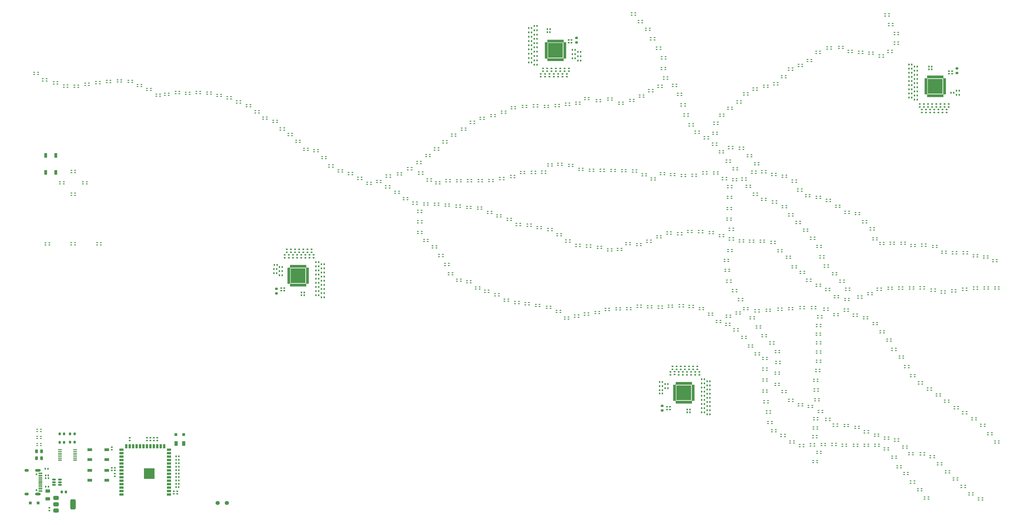
<source format=gbr>
%TF.GenerationSoftware,KiCad,Pcbnew,8.0.4*%
%TF.CreationDate,2025-01-23T16:30:58-08:00*%
%TF.ProjectId,traffic_paradise,74726166-6669-4635-9f70-617261646973,rev?*%
%TF.SameCoordinates,Original*%
%TF.FileFunction,Soldermask,Top*%
%TF.FilePolarity,Negative*%
%FSLAX46Y46*%
G04 Gerber Fmt 4.6, Leading zero omitted, Abs format (unit mm)*
G04 Created by KiCad (PCBNEW 8.0.4) date 2025-01-23 16:30:58*
%MOMM*%
%LPD*%
G01*
G04 APERTURE LIST*
G04 Aperture macros list*
%AMRoundRect*
0 Rectangle with rounded corners*
0 $1 Rounding radius*
0 $2 $3 $4 $5 $6 $7 $8 $9 X,Y pos of 4 corners*
0 Add a 4 corners polygon primitive as box body*
4,1,4,$2,$3,$4,$5,$6,$7,$8,$9,$2,$3,0*
0 Add four circle primitives for the rounded corners*
1,1,$1+$1,$2,$3*
1,1,$1+$1,$4,$5*
1,1,$1+$1,$6,$7*
1,1,$1+$1,$8,$9*
0 Add four rect primitives between the rounded corners*
20,1,$1+$1,$2,$3,$4,$5,0*
20,1,$1+$1,$4,$5,$6,$7,0*
20,1,$1+$1,$6,$7,$8,$9,0*
20,1,$1+$1,$8,$9,$2,$3,0*%
G04 Aperture macros list end*
%ADD10C,0.010000*%
%ADD11RoundRect,0.080000X-0.220000X-0.120000X0.220000X-0.120000X0.220000X0.120000X-0.220000X0.120000X0*%
%ADD12RoundRect,0.135000X0.135000X0.185000X-0.135000X0.185000X-0.135000X-0.185000X0.135000X-0.185000X0*%
%ADD13RoundRect,0.150000X-0.512500X-0.150000X0.512500X-0.150000X0.512500X0.150000X-0.512500X0.150000X0*%
%ADD14RoundRect,0.135000X-0.185000X0.135000X-0.185000X-0.135000X0.185000X-0.135000X0.185000X0.135000X0*%
%ADD15RoundRect,0.140000X-0.170000X0.140000X-0.170000X-0.140000X0.170000X-0.140000X0.170000X0.140000X0*%
%ADD16RoundRect,0.135000X0.185000X-0.135000X0.185000X0.135000X-0.185000X0.135000X-0.185000X-0.135000X0*%
%ADD17RoundRect,0.135000X-0.135000X-0.185000X0.135000X-0.185000X0.135000X0.185000X-0.135000X0.185000X0*%
%ADD18RoundRect,0.140000X-0.140000X-0.170000X0.140000X-0.170000X0.140000X0.170000X-0.140000X0.170000X0*%
%ADD19RoundRect,0.200000X0.275000X-0.200000X0.275000X0.200000X-0.275000X0.200000X-0.275000X-0.200000X0*%
%ADD20RoundRect,0.140000X0.140000X0.170000X-0.140000X0.170000X-0.140000X-0.170000X0.140000X-0.170000X0*%
%ADD21C,1.524000*%
%ADD22RoundRect,0.102000X2.625000X2.625000X-2.625000X2.625000X-2.625000X-2.625000X2.625000X-2.625000X0*%
%ADD23RoundRect,0.200000X0.200000X0.275000X-0.200000X0.275000X-0.200000X-0.275000X0.200000X-0.275000X0*%
%ADD24RoundRect,0.140000X0.170000X-0.140000X0.170000X0.140000X-0.170000X0.140000X-0.170000X-0.140000X0*%
%ADD25RoundRect,0.200000X-0.275000X0.200000X-0.275000X-0.200000X0.275000X-0.200000X0.275000X0.200000X0*%
%ADD26R,1.500000X0.900000*%
%ADD27R,0.900000X1.500000*%
%ADD28C,0.600000*%
%ADD29R,3.900000X3.900000*%
%ADD30RoundRect,0.200000X-0.200000X-0.275000X0.200000X-0.275000X0.200000X0.275000X-0.200000X0.275000X0*%
%ADD31R,1.100000X1.800000*%
%ADD32R,1.092200X0.990600*%
%ADD33RoundRect,0.243750X-0.243750X-0.456250X0.243750X-0.456250X0.243750X0.456250X-0.243750X0.456250X0*%
%ADD34C,0.650000*%
%ADD35R,1.450000X0.600000*%
%ADD36R,1.450000X0.300000*%
%ADD37O,2.100000X1.000000*%
%ADD38O,1.600000X1.000000*%
%ADD39RoundRect,0.225000X0.225000X0.250000X-0.225000X0.250000X-0.225000X-0.250000X0.225000X-0.250000X0*%
%ADD40RoundRect,0.102000X-2.625000X-2.625000X2.625000X-2.625000X2.625000X2.625000X-2.625000X2.625000X0*%
%ADD41R,1.800000X1.100000*%
%ADD42RoundRect,0.250000X0.375000X0.625000X-0.375000X0.625000X-0.375000X-0.625000X0.375000X-0.625000X0*%
%ADD43RoundRect,0.250000X-0.625000X0.375000X-0.625000X-0.375000X0.625000X-0.375000X0.625000X0.375000X0*%
%ADD44R,1.473200X0.355600*%
%ADD45RoundRect,0.375000X-0.625000X-0.375000X0.625000X-0.375000X0.625000X0.375000X-0.625000X0.375000X0*%
%ADD46RoundRect,0.500000X-0.500000X-1.400000X0.500000X-1.400000X0.500000X1.400000X-0.500000X1.400000X0*%
G04 APERTURE END LIST*
D10*
%TO.C,U7*%
X333575000Y-29110000D02*
X332635000Y-29110000D01*
X332635000Y-28790000D01*
X333575000Y-28790000D01*
X333575000Y-29110000D01*
G36*
X333575000Y-29110000D02*
G01*
X332635000Y-29110000D01*
X332635000Y-28790000D01*
X333575000Y-28790000D01*
X333575000Y-29110000D01*
G37*
X333575000Y-29510000D02*
X332635000Y-29510000D01*
X332635000Y-29190000D01*
X333575000Y-29190000D01*
X333575000Y-29510000D01*
G36*
X333575000Y-29510000D02*
G01*
X332635000Y-29510000D01*
X332635000Y-29190000D01*
X333575000Y-29190000D01*
X333575000Y-29510000D01*
G37*
X333575000Y-29910000D02*
X332635000Y-29910000D01*
X332635000Y-29590000D01*
X333575000Y-29590000D01*
X333575000Y-29910000D01*
G36*
X333575000Y-29910000D02*
G01*
X332635000Y-29910000D01*
X332635000Y-29590000D01*
X333575000Y-29590000D01*
X333575000Y-29910000D01*
G37*
X333575000Y-30310000D02*
X332635000Y-30310000D01*
X332635000Y-29990000D01*
X333575000Y-29990000D01*
X333575000Y-30310000D01*
G36*
X333575000Y-30310000D02*
G01*
X332635000Y-30310000D01*
X332635000Y-29990000D01*
X333575000Y-29990000D01*
X333575000Y-30310000D01*
G37*
X333575000Y-30710000D02*
X332635000Y-30710000D01*
X332635000Y-30390000D01*
X333575000Y-30390000D01*
X333575000Y-30710000D01*
G36*
X333575000Y-30710000D02*
G01*
X332635000Y-30710000D01*
X332635000Y-30390000D01*
X333575000Y-30390000D01*
X333575000Y-30710000D01*
G37*
X333575000Y-31110000D02*
X332635000Y-31110000D01*
X332635000Y-30790000D01*
X333575000Y-30790000D01*
X333575000Y-31110000D01*
G36*
X333575000Y-31110000D02*
G01*
X332635000Y-31110000D01*
X332635000Y-30790000D01*
X333575000Y-30790000D01*
X333575000Y-31110000D01*
G37*
X333575000Y-31510000D02*
X332635000Y-31510000D01*
X332635000Y-31190000D01*
X333575000Y-31190000D01*
X333575000Y-31510000D01*
G36*
X333575000Y-31510000D02*
G01*
X332635000Y-31510000D01*
X332635000Y-31190000D01*
X333575000Y-31190000D01*
X333575000Y-31510000D01*
G37*
X333575000Y-31910000D02*
X332635000Y-31910000D01*
X332635000Y-31590000D01*
X333575000Y-31590000D01*
X333575000Y-31910000D01*
G36*
X333575000Y-31910000D02*
G01*
X332635000Y-31910000D01*
X332635000Y-31590000D01*
X333575000Y-31590000D01*
X333575000Y-31910000D01*
G37*
X333575000Y-32310000D02*
X332635000Y-32310000D01*
X332635000Y-31990000D01*
X333575000Y-31990000D01*
X333575000Y-32310000D01*
G36*
X333575000Y-32310000D02*
G01*
X332635000Y-32310000D01*
X332635000Y-31990000D01*
X333575000Y-31990000D01*
X333575000Y-32310000D01*
G37*
X333575000Y-32710000D02*
X332635000Y-32710000D01*
X332635000Y-32390000D01*
X333575000Y-32390000D01*
X333575000Y-32710000D01*
G36*
X333575000Y-32710000D02*
G01*
X332635000Y-32710000D01*
X332635000Y-32390000D01*
X333575000Y-32390000D01*
X333575000Y-32710000D01*
G37*
X333575000Y-33110000D02*
X332635000Y-33110000D01*
X332635000Y-32790000D01*
X333575000Y-32790000D01*
X333575000Y-33110000D01*
G36*
X333575000Y-33110000D02*
G01*
X332635000Y-33110000D01*
X332635000Y-32790000D01*
X333575000Y-32790000D01*
X333575000Y-33110000D01*
G37*
X333575000Y-33510000D02*
X332635000Y-33510000D01*
X332635000Y-33190000D01*
X333575000Y-33190000D01*
X333575000Y-33510000D01*
G36*
X333575000Y-33510000D02*
G01*
X332635000Y-33510000D01*
X332635000Y-33190000D01*
X333575000Y-33190000D01*
X333575000Y-33510000D01*
G37*
X333575000Y-33910000D02*
X332635000Y-33910000D01*
X332635000Y-33590000D01*
X333575000Y-33590000D01*
X333575000Y-33910000D01*
G36*
X333575000Y-33910000D02*
G01*
X332635000Y-33910000D01*
X332635000Y-33590000D01*
X333575000Y-33590000D01*
X333575000Y-33910000D01*
G37*
X333575000Y-34310000D02*
X332635000Y-34310000D01*
X332635000Y-33990000D01*
X333575000Y-33990000D01*
X333575000Y-34310000D01*
G36*
X333575000Y-34310000D02*
G01*
X332635000Y-34310000D01*
X332635000Y-33990000D01*
X333575000Y-33990000D01*
X333575000Y-34310000D01*
G37*
X333575000Y-34710000D02*
X332635000Y-34710000D01*
X332635000Y-34390000D01*
X333575000Y-34390000D01*
X333575000Y-34710000D01*
G36*
X333575000Y-34710000D02*
G01*
X332635000Y-34710000D01*
X332635000Y-34390000D01*
X333575000Y-34390000D01*
X333575000Y-34710000D01*
G37*
X333910000Y-28775000D02*
X333590000Y-28775000D01*
X333590000Y-27835000D01*
X333910000Y-27835000D01*
X333910000Y-28775000D01*
G36*
X333910000Y-28775000D02*
G01*
X333590000Y-28775000D01*
X333590000Y-27835000D01*
X333910000Y-27835000D01*
X333910000Y-28775000D01*
G37*
X333910000Y-35665000D02*
X333590000Y-35665000D01*
X333590000Y-34725000D01*
X333910000Y-34725000D01*
X333910000Y-35665000D01*
G36*
X333910000Y-35665000D02*
G01*
X333590000Y-35665000D01*
X333590000Y-34725000D01*
X333910000Y-34725000D01*
X333910000Y-35665000D01*
G37*
X334310000Y-28775000D02*
X333990000Y-28775000D01*
X333990000Y-27835000D01*
X334310000Y-27835000D01*
X334310000Y-28775000D01*
G36*
X334310000Y-28775000D02*
G01*
X333990000Y-28775000D01*
X333990000Y-27835000D01*
X334310000Y-27835000D01*
X334310000Y-28775000D01*
G37*
X334310000Y-35665000D02*
X333990000Y-35665000D01*
X333990000Y-34725000D01*
X334310000Y-34725000D01*
X334310000Y-35665000D01*
G36*
X334310000Y-35665000D02*
G01*
X333990000Y-35665000D01*
X333990000Y-34725000D01*
X334310000Y-34725000D01*
X334310000Y-35665000D01*
G37*
X334710000Y-28775000D02*
X334390000Y-28775000D01*
X334390000Y-27835000D01*
X334710000Y-27835000D01*
X334710000Y-28775000D01*
G36*
X334710000Y-28775000D02*
G01*
X334390000Y-28775000D01*
X334390000Y-27835000D01*
X334710000Y-27835000D01*
X334710000Y-28775000D01*
G37*
X334710000Y-35665000D02*
X334390000Y-35665000D01*
X334390000Y-34725000D01*
X334710000Y-34725000D01*
X334710000Y-35665000D01*
G36*
X334710000Y-35665000D02*
G01*
X334390000Y-35665000D01*
X334390000Y-34725000D01*
X334710000Y-34725000D01*
X334710000Y-35665000D01*
G37*
X335110000Y-28775000D02*
X334790000Y-28775000D01*
X334790000Y-27835000D01*
X335110000Y-27835000D01*
X335110000Y-28775000D01*
G36*
X335110000Y-28775000D02*
G01*
X334790000Y-28775000D01*
X334790000Y-27835000D01*
X335110000Y-27835000D01*
X335110000Y-28775000D01*
G37*
X335110000Y-35665000D02*
X334790000Y-35665000D01*
X334790000Y-34725000D01*
X335110000Y-34725000D01*
X335110000Y-35665000D01*
G36*
X335110000Y-35665000D02*
G01*
X334790000Y-35665000D01*
X334790000Y-34725000D01*
X335110000Y-34725000D01*
X335110000Y-35665000D01*
G37*
X335510000Y-28775000D02*
X335190000Y-28775000D01*
X335190000Y-27835000D01*
X335510000Y-27835000D01*
X335510000Y-28775000D01*
G36*
X335510000Y-28775000D02*
G01*
X335190000Y-28775000D01*
X335190000Y-27835000D01*
X335510000Y-27835000D01*
X335510000Y-28775000D01*
G37*
X335510000Y-35665000D02*
X335190000Y-35665000D01*
X335190000Y-34725000D01*
X335510000Y-34725000D01*
X335510000Y-35665000D01*
G36*
X335510000Y-35665000D02*
G01*
X335190000Y-35665000D01*
X335190000Y-34725000D01*
X335510000Y-34725000D01*
X335510000Y-35665000D01*
G37*
X335910000Y-28775000D02*
X335590000Y-28775000D01*
X335590000Y-27835000D01*
X335910000Y-27835000D01*
X335910000Y-28775000D01*
G36*
X335910000Y-28775000D02*
G01*
X335590000Y-28775000D01*
X335590000Y-27835000D01*
X335910000Y-27835000D01*
X335910000Y-28775000D01*
G37*
X335910000Y-35665000D02*
X335590000Y-35665000D01*
X335590000Y-34725000D01*
X335910000Y-34725000D01*
X335910000Y-35665000D01*
G36*
X335910000Y-35665000D02*
G01*
X335590000Y-35665000D01*
X335590000Y-34725000D01*
X335910000Y-34725000D01*
X335910000Y-35665000D01*
G37*
X336310000Y-28775000D02*
X335990000Y-28775000D01*
X335990000Y-27835000D01*
X336310000Y-27835000D01*
X336310000Y-28775000D01*
G36*
X336310000Y-28775000D02*
G01*
X335990000Y-28775000D01*
X335990000Y-27835000D01*
X336310000Y-27835000D01*
X336310000Y-28775000D01*
G37*
X336310000Y-35665000D02*
X335990000Y-35665000D01*
X335990000Y-34725000D01*
X336310000Y-34725000D01*
X336310000Y-35665000D01*
G36*
X336310000Y-35665000D02*
G01*
X335990000Y-35665000D01*
X335990000Y-34725000D01*
X336310000Y-34725000D01*
X336310000Y-35665000D01*
G37*
X336710000Y-28775000D02*
X336390000Y-28775000D01*
X336390000Y-27835000D01*
X336710000Y-27835000D01*
X336710000Y-28775000D01*
G36*
X336710000Y-28775000D02*
G01*
X336390000Y-28775000D01*
X336390000Y-27835000D01*
X336710000Y-27835000D01*
X336710000Y-28775000D01*
G37*
X336710000Y-35665000D02*
X336390000Y-35665000D01*
X336390000Y-34725000D01*
X336710000Y-34725000D01*
X336710000Y-35665000D01*
G36*
X336710000Y-35665000D02*
G01*
X336390000Y-35665000D01*
X336390000Y-34725000D01*
X336710000Y-34725000D01*
X336710000Y-35665000D01*
G37*
X337110000Y-28775000D02*
X336790000Y-28775000D01*
X336790000Y-27835000D01*
X337110000Y-27835000D01*
X337110000Y-28775000D01*
G36*
X337110000Y-28775000D02*
G01*
X336790000Y-28775000D01*
X336790000Y-27835000D01*
X337110000Y-27835000D01*
X337110000Y-28775000D01*
G37*
X337110000Y-35665000D02*
X336790000Y-35665000D01*
X336790000Y-34725000D01*
X337110000Y-34725000D01*
X337110000Y-35665000D01*
G36*
X337110000Y-35665000D02*
G01*
X336790000Y-35665000D01*
X336790000Y-34725000D01*
X337110000Y-34725000D01*
X337110000Y-35665000D01*
G37*
X337510000Y-28775000D02*
X337190000Y-28775000D01*
X337190000Y-27835000D01*
X337510000Y-27835000D01*
X337510000Y-28775000D01*
G36*
X337510000Y-28775000D02*
G01*
X337190000Y-28775000D01*
X337190000Y-27835000D01*
X337510000Y-27835000D01*
X337510000Y-28775000D01*
G37*
X337510000Y-35665000D02*
X337190000Y-35665000D01*
X337190000Y-34725000D01*
X337510000Y-34725000D01*
X337510000Y-35665000D01*
G36*
X337510000Y-35665000D02*
G01*
X337190000Y-35665000D01*
X337190000Y-34725000D01*
X337510000Y-34725000D01*
X337510000Y-35665000D01*
G37*
X337910000Y-28775000D02*
X337590000Y-28775000D01*
X337590000Y-27835000D01*
X337910000Y-27835000D01*
X337910000Y-28775000D01*
G36*
X337910000Y-28775000D02*
G01*
X337590000Y-28775000D01*
X337590000Y-27835000D01*
X337910000Y-27835000D01*
X337910000Y-28775000D01*
G37*
X337910000Y-35665000D02*
X337590000Y-35665000D01*
X337590000Y-34725000D01*
X337910000Y-34725000D01*
X337910000Y-35665000D01*
G36*
X337910000Y-35665000D02*
G01*
X337590000Y-35665000D01*
X337590000Y-34725000D01*
X337910000Y-34725000D01*
X337910000Y-35665000D01*
G37*
X338310000Y-28775000D02*
X337990000Y-28775000D01*
X337990000Y-27835000D01*
X338310000Y-27835000D01*
X338310000Y-28775000D01*
G36*
X338310000Y-28775000D02*
G01*
X337990000Y-28775000D01*
X337990000Y-27835000D01*
X338310000Y-27835000D01*
X338310000Y-28775000D01*
G37*
X338310000Y-35665000D02*
X337990000Y-35665000D01*
X337990000Y-34725000D01*
X338310000Y-34725000D01*
X338310000Y-35665000D01*
G36*
X338310000Y-35665000D02*
G01*
X337990000Y-35665000D01*
X337990000Y-34725000D01*
X338310000Y-34725000D01*
X338310000Y-35665000D01*
G37*
X338710000Y-28775000D02*
X338390000Y-28775000D01*
X338390000Y-27835000D01*
X338710000Y-27835000D01*
X338710000Y-28775000D01*
G36*
X338710000Y-28775000D02*
G01*
X338390000Y-28775000D01*
X338390000Y-27835000D01*
X338710000Y-27835000D01*
X338710000Y-28775000D01*
G37*
X338710000Y-35665000D02*
X338390000Y-35665000D01*
X338390000Y-34725000D01*
X338710000Y-34725000D01*
X338710000Y-35665000D01*
G36*
X338710000Y-35665000D02*
G01*
X338390000Y-35665000D01*
X338390000Y-34725000D01*
X338710000Y-34725000D01*
X338710000Y-35665000D01*
G37*
X339110000Y-28775000D02*
X338790000Y-28775000D01*
X338790000Y-27835000D01*
X339110000Y-27835000D01*
X339110000Y-28775000D01*
G36*
X339110000Y-28775000D02*
G01*
X338790000Y-28775000D01*
X338790000Y-27835000D01*
X339110000Y-27835000D01*
X339110000Y-28775000D01*
G37*
X339110000Y-35665000D02*
X338790000Y-35665000D01*
X338790000Y-34725000D01*
X339110000Y-34725000D01*
X339110000Y-35665000D01*
G36*
X339110000Y-35665000D02*
G01*
X338790000Y-35665000D01*
X338790000Y-34725000D01*
X339110000Y-34725000D01*
X339110000Y-35665000D01*
G37*
X339510000Y-28775000D02*
X339190000Y-28775000D01*
X339190000Y-27835000D01*
X339510000Y-27835000D01*
X339510000Y-28775000D01*
G36*
X339510000Y-28775000D02*
G01*
X339190000Y-28775000D01*
X339190000Y-27835000D01*
X339510000Y-27835000D01*
X339510000Y-28775000D01*
G37*
X339510000Y-35665000D02*
X339190000Y-35665000D01*
X339190000Y-34725000D01*
X339510000Y-34725000D01*
X339510000Y-35665000D01*
G36*
X339510000Y-35665000D02*
G01*
X339190000Y-35665000D01*
X339190000Y-34725000D01*
X339510000Y-34725000D01*
X339510000Y-35665000D01*
G37*
X340465000Y-29110000D02*
X339525000Y-29110000D01*
X339525000Y-28790000D01*
X340465000Y-28790000D01*
X340465000Y-29110000D01*
G36*
X340465000Y-29110000D02*
G01*
X339525000Y-29110000D01*
X339525000Y-28790000D01*
X340465000Y-28790000D01*
X340465000Y-29110000D01*
G37*
X340465000Y-29510000D02*
X339525000Y-29510000D01*
X339525000Y-29190000D01*
X340465000Y-29190000D01*
X340465000Y-29510000D01*
G36*
X340465000Y-29510000D02*
G01*
X339525000Y-29510000D01*
X339525000Y-29190000D01*
X340465000Y-29190000D01*
X340465000Y-29510000D01*
G37*
X340465000Y-29910000D02*
X339525000Y-29910000D01*
X339525000Y-29590000D01*
X340465000Y-29590000D01*
X340465000Y-29910000D01*
G36*
X340465000Y-29910000D02*
G01*
X339525000Y-29910000D01*
X339525000Y-29590000D01*
X340465000Y-29590000D01*
X340465000Y-29910000D01*
G37*
X340465000Y-30310000D02*
X339525000Y-30310000D01*
X339525000Y-29990000D01*
X340465000Y-29990000D01*
X340465000Y-30310000D01*
G36*
X340465000Y-30310000D02*
G01*
X339525000Y-30310000D01*
X339525000Y-29990000D01*
X340465000Y-29990000D01*
X340465000Y-30310000D01*
G37*
X340465000Y-30710000D02*
X339525000Y-30710000D01*
X339525000Y-30390000D01*
X340465000Y-30390000D01*
X340465000Y-30710000D01*
G36*
X340465000Y-30710000D02*
G01*
X339525000Y-30710000D01*
X339525000Y-30390000D01*
X340465000Y-30390000D01*
X340465000Y-30710000D01*
G37*
X340465000Y-31110000D02*
X339525000Y-31110000D01*
X339525000Y-30790000D01*
X340465000Y-30790000D01*
X340465000Y-31110000D01*
G36*
X340465000Y-31110000D02*
G01*
X339525000Y-31110000D01*
X339525000Y-30790000D01*
X340465000Y-30790000D01*
X340465000Y-31110000D01*
G37*
X340465000Y-31510000D02*
X339525000Y-31510000D01*
X339525000Y-31190000D01*
X340465000Y-31190000D01*
X340465000Y-31510000D01*
G36*
X340465000Y-31510000D02*
G01*
X339525000Y-31510000D01*
X339525000Y-31190000D01*
X340465000Y-31190000D01*
X340465000Y-31510000D01*
G37*
X340465000Y-31910000D02*
X339525000Y-31910000D01*
X339525000Y-31590000D01*
X340465000Y-31590000D01*
X340465000Y-31910000D01*
G36*
X340465000Y-31910000D02*
G01*
X339525000Y-31910000D01*
X339525000Y-31590000D01*
X340465000Y-31590000D01*
X340465000Y-31910000D01*
G37*
X340465000Y-32310000D02*
X339525000Y-32310000D01*
X339525000Y-31990000D01*
X340465000Y-31990000D01*
X340465000Y-32310000D01*
G36*
X340465000Y-32310000D02*
G01*
X339525000Y-32310000D01*
X339525000Y-31990000D01*
X340465000Y-31990000D01*
X340465000Y-32310000D01*
G37*
X340465000Y-32710000D02*
X339525000Y-32710000D01*
X339525000Y-32390000D01*
X340465000Y-32390000D01*
X340465000Y-32710000D01*
G36*
X340465000Y-32710000D02*
G01*
X339525000Y-32710000D01*
X339525000Y-32390000D01*
X340465000Y-32390000D01*
X340465000Y-32710000D01*
G37*
X340465000Y-33110000D02*
X339525000Y-33110000D01*
X339525000Y-32790000D01*
X340465000Y-32790000D01*
X340465000Y-33110000D01*
G36*
X340465000Y-33110000D02*
G01*
X339525000Y-33110000D01*
X339525000Y-32790000D01*
X340465000Y-32790000D01*
X340465000Y-33110000D01*
G37*
X340465000Y-33510000D02*
X339525000Y-33510000D01*
X339525000Y-33190000D01*
X340465000Y-33190000D01*
X340465000Y-33510000D01*
G36*
X340465000Y-33510000D02*
G01*
X339525000Y-33510000D01*
X339525000Y-33190000D01*
X340465000Y-33190000D01*
X340465000Y-33510000D01*
G37*
X340465000Y-33910000D02*
X339525000Y-33910000D01*
X339525000Y-33590000D01*
X340465000Y-33590000D01*
X340465000Y-33910000D01*
G36*
X340465000Y-33910000D02*
G01*
X339525000Y-33910000D01*
X339525000Y-33590000D01*
X340465000Y-33590000D01*
X340465000Y-33910000D01*
G37*
X340465000Y-34310000D02*
X339525000Y-34310000D01*
X339525000Y-33990000D01*
X340465000Y-33990000D01*
X340465000Y-34310000D01*
G36*
X340465000Y-34310000D02*
G01*
X339525000Y-34310000D01*
X339525000Y-33990000D01*
X340465000Y-33990000D01*
X340465000Y-34310000D01*
G37*
X340465000Y-34710000D02*
X339525000Y-34710000D01*
X339525000Y-34390000D01*
X340465000Y-34390000D01*
X340465000Y-34710000D01*
G36*
X340465000Y-34710000D02*
G01*
X339525000Y-34710000D01*
X339525000Y-34390000D01*
X340465000Y-34390000D01*
X340465000Y-34710000D01*
G37*
%TO.C,U6*%
X240865000Y-142140000D02*
X239925000Y-142140000D01*
X239925000Y-141820000D01*
X240865000Y-141820000D01*
X240865000Y-142140000D01*
G36*
X240865000Y-142140000D02*
G01*
X239925000Y-142140000D01*
X239925000Y-141820000D01*
X240865000Y-141820000D01*
X240865000Y-142140000D01*
G37*
X240865000Y-142540000D02*
X239925000Y-142540000D01*
X239925000Y-142220000D01*
X240865000Y-142220000D01*
X240865000Y-142540000D01*
G36*
X240865000Y-142540000D02*
G01*
X239925000Y-142540000D01*
X239925000Y-142220000D01*
X240865000Y-142220000D01*
X240865000Y-142540000D01*
G37*
X240865000Y-142940000D02*
X239925000Y-142940000D01*
X239925000Y-142620000D01*
X240865000Y-142620000D01*
X240865000Y-142940000D01*
G36*
X240865000Y-142940000D02*
G01*
X239925000Y-142940000D01*
X239925000Y-142620000D01*
X240865000Y-142620000D01*
X240865000Y-142940000D01*
G37*
X240865000Y-143340000D02*
X239925000Y-143340000D01*
X239925000Y-143020000D01*
X240865000Y-143020000D01*
X240865000Y-143340000D01*
G36*
X240865000Y-143340000D02*
G01*
X239925000Y-143340000D01*
X239925000Y-143020000D01*
X240865000Y-143020000D01*
X240865000Y-143340000D01*
G37*
X240865000Y-143740000D02*
X239925000Y-143740000D01*
X239925000Y-143420000D01*
X240865000Y-143420000D01*
X240865000Y-143740000D01*
G36*
X240865000Y-143740000D02*
G01*
X239925000Y-143740000D01*
X239925000Y-143420000D01*
X240865000Y-143420000D01*
X240865000Y-143740000D01*
G37*
X240865000Y-144140000D02*
X239925000Y-144140000D01*
X239925000Y-143820000D01*
X240865000Y-143820000D01*
X240865000Y-144140000D01*
G36*
X240865000Y-144140000D02*
G01*
X239925000Y-144140000D01*
X239925000Y-143820000D01*
X240865000Y-143820000D01*
X240865000Y-144140000D01*
G37*
X240865000Y-144540000D02*
X239925000Y-144540000D01*
X239925000Y-144220000D01*
X240865000Y-144220000D01*
X240865000Y-144540000D01*
G36*
X240865000Y-144540000D02*
G01*
X239925000Y-144540000D01*
X239925000Y-144220000D01*
X240865000Y-144220000D01*
X240865000Y-144540000D01*
G37*
X240865000Y-144940000D02*
X239925000Y-144940000D01*
X239925000Y-144620000D01*
X240865000Y-144620000D01*
X240865000Y-144940000D01*
G36*
X240865000Y-144940000D02*
G01*
X239925000Y-144940000D01*
X239925000Y-144620000D01*
X240865000Y-144620000D01*
X240865000Y-144940000D01*
G37*
X240865000Y-145340000D02*
X239925000Y-145340000D01*
X239925000Y-145020000D01*
X240865000Y-145020000D01*
X240865000Y-145340000D01*
G36*
X240865000Y-145340000D02*
G01*
X239925000Y-145340000D01*
X239925000Y-145020000D01*
X240865000Y-145020000D01*
X240865000Y-145340000D01*
G37*
X240865000Y-145740000D02*
X239925000Y-145740000D01*
X239925000Y-145420000D01*
X240865000Y-145420000D01*
X240865000Y-145740000D01*
G36*
X240865000Y-145740000D02*
G01*
X239925000Y-145740000D01*
X239925000Y-145420000D01*
X240865000Y-145420000D01*
X240865000Y-145740000D01*
G37*
X240865000Y-146140000D02*
X239925000Y-146140000D01*
X239925000Y-145820000D01*
X240865000Y-145820000D01*
X240865000Y-146140000D01*
G36*
X240865000Y-146140000D02*
G01*
X239925000Y-146140000D01*
X239925000Y-145820000D01*
X240865000Y-145820000D01*
X240865000Y-146140000D01*
G37*
X240865000Y-146540000D02*
X239925000Y-146540000D01*
X239925000Y-146220000D01*
X240865000Y-146220000D01*
X240865000Y-146540000D01*
G36*
X240865000Y-146540000D02*
G01*
X239925000Y-146540000D01*
X239925000Y-146220000D01*
X240865000Y-146220000D01*
X240865000Y-146540000D01*
G37*
X240865000Y-146940000D02*
X239925000Y-146940000D01*
X239925000Y-146620000D01*
X240865000Y-146620000D01*
X240865000Y-146940000D01*
G36*
X240865000Y-146940000D02*
G01*
X239925000Y-146940000D01*
X239925000Y-146620000D01*
X240865000Y-146620000D01*
X240865000Y-146940000D01*
G37*
X240865000Y-147340000D02*
X239925000Y-147340000D01*
X239925000Y-147020000D01*
X240865000Y-147020000D01*
X240865000Y-147340000D01*
G36*
X240865000Y-147340000D02*
G01*
X239925000Y-147340000D01*
X239925000Y-147020000D01*
X240865000Y-147020000D01*
X240865000Y-147340000D01*
G37*
X240865000Y-147740000D02*
X239925000Y-147740000D01*
X239925000Y-147420000D01*
X240865000Y-147420000D01*
X240865000Y-147740000D01*
G36*
X240865000Y-147740000D02*
G01*
X239925000Y-147740000D01*
X239925000Y-147420000D01*
X240865000Y-147420000D01*
X240865000Y-147740000D01*
G37*
X241200000Y-141805000D02*
X240880000Y-141805000D01*
X240880000Y-140865000D01*
X241200000Y-140865000D01*
X241200000Y-141805000D01*
G36*
X241200000Y-141805000D02*
G01*
X240880000Y-141805000D01*
X240880000Y-140865000D01*
X241200000Y-140865000D01*
X241200000Y-141805000D01*
G37*
X241200000Y-148695000D02*
X240880000Y-148695000D01*
X240880000Y-147755000D01*
X241200000Y-147755000D01*
X241200000Y-148695000D01*
G36*
X241200000Y-148695000D02*
G01*
X240880000Y-148695000D01*
X240880000Y-147755000D01*
X241200000Y-147755000D01*
X241200000Y-148695000D01*
G37*
X241600000Y-141805000D02*
X241280000Y-141805000D01*
X241280000Y-140865000D01*
X241600000Y-140865000D01*
X241600000Y-141805000D01*
G36*
X241600000Y-141805000D02*
G01*
X241280000Y-141805000D01*
X241280000Y-140865000D01*
X241600000Y-140865000D01*
X241600000Y-141805000D01*
G37*
X241600000Y-148695000D02*
X241280000Y-148695000D01*
X241280000Y-147755000D01*
X241600000Y-147755000D01*
X241600000Y-148695000D01*
G36*
X241600000Y-148695000D02*
G01*
X241280000Y-148695000D01*
X241280000Y-147755000D01*
X241600000Y-147755000D01*
X241600000Y-148695000D01*
G37*
X242000000Y-141805000D02*
X241680000Y-141805000D01*
X241680000Y-140865000D01*
X242000000Y-140865000D01*
X242000000Y-141805000D01*
G36*
X242000000Y-141805000D02*
G01*
X241680000Y-141805000D01*
X241680000Y-140865000D01*
X242000000Y-140865000D01*
X242000000Y-141805000D01*
G37*
X242000000Y-148695000D02*
X241680000Y-148695000D01*
X241680000Y-147755000D01*
X242000000Y-147755000D01*
X242000000Y-148695000D01*
G36*
X242000000Y-148695000D02*
G01*
X241680000Y-148695000D01*
X241680000Y-147755000D01*
X242000000Y-147755000D01*
X242000000Y-148695000D01*
G37*
X242400000Y-141805000D02*
X242080000Y-141805000D01*
X242080000Y-140865000D01*
X242400000Y-140865000D01*
X242400000Y-141805000D01*
G36*
X242400000Y-141805000D02*
G01*
X242080000Y-141805000D01*
X242080000Y-140865000D01*
X242400000Y-140865000D01*
X242400000Y-141805000D01*
G37*
X242400000Y-148695000D02*
X242080000Y-148695000D01*
X242080000Y-147755000D01*
X242400000Y-147755000D01*
X242400000Y-148695000D01*
G36*
X242400000Y-148695000D02*
G01*
X242080000Y-148695000D01*
X242080000Y-147755000D01*
X242400000Y-147755000D01*
X242400000Y-148695000D01*
G37*
X242800000Y-141805000D02*
X242480000Y-141805000D01*
X242480000Y-140865000D01*
X242800000Y-140865000D01*
X242800000Y-141805000D01*
G36*
X242800000Y-141805000D02*
G01*
X242480000Y-141805000D01*
X242480000Y-140865000D01*
X242800000Y-140865000D01*
X242800000Y-141805000D01*
G37*
X242800000Y-148695000D02*
X242480000Y-148695000D01*
X242480000Y-147755000D01*
X242800000Y-147755000D01*
X242800000Y-148695000D01*
G36*
X242800000Y-148695000D02*
G01*
X242480000Y-148695000D01*
X242480000Y-147755000D01*
X242800000Y-147755000D01*
X242800000Y-148695000D01*
G37*
X243200000Y-141805000D02*
X242880000Y-141805000D01*
X242880000Y-140865000D01*
X243200000Y-140865000D01*
X243200000Y-141805000D01*
G36*
X243200000Y-141805000D02*
G01*
X242880000Y-141805000D01*
X242880000Y-140865000D01*
X243200000Y-140865000D01*
X243200000Y-141805000D01*
G37*
X243200000Y-148695000D02*
X242880000Y-148695000D01*
X242880000Y-147755000D01*
X243200000Y-147755000D01*
X243200000Y-148695000D01*
G36*
X243200000Y-148695000D02*
G01*
X242880000Y-148695000D01*
X242880000Y-147755000D01*
X243200000Y-147755000D01*
X243200000Y-148695000D01*
G37*
X243600000Y-141805000D02*
X243280000Y-141805000D01*
X243280000Y-140865000D01*
X243600000Y-140865000D01*
X243600000Y-141805000D01*
G36*
X243600000Y-141805000D02*
G01*
X243280000Y-141805000D01*
X243280000Y-140865000D01*
X243600000Y-140865000D01*
X243600000Y-141805000D01*
G37*
X243600000Y-148695000D02*
X243280000Y-148695000D01*
X243280000Y-147755000D01*
X243600000Y-147755000D01*
X243600000Y-148695000D01*
G36*
X243600000Y-148695000D02*
G01*
X243280000Y-148695000D01*
X243280000Y-147755000D01*
X243600000Y-147755000D01*
X243600000Y-148695000D01*
G37*
X244000000Y-141805000D02*
X243680000Y-141805000D01*
X243680000Y-140865000D01*
X244000000Y-140865000D01*
X244000000Y-141805000D01*
G36*
X244000000Y-141805000D02*
G01*
X243680000Y-141805000D01*
X243680000Y-140865000D01*
X244000000Y-140865000D01*
X244000000Y-141805000D01*
G37*
X244000000Y-148695000D02*
X243680000Y-148695000D01*
X243680000Y-147755000D01*
X244000000Y-147755000D01*
X244000000Y-148695000D01*
G36*
X244000000Y-148695000D02*
G01*
X243680000Y-148695000D01*
X243680000Y-147755000D01*
X244000000Y-147755000D01*
X244000000Y-148695000D01*
G37*
X244400000Y-141805000D02*
X244080000Y-141805000D01*
X244080000Y-140865000D01*
X244400000Y-140865000D01*
X244400000Y-141805000D01*
G36*
X244400000Y-141805000D02*
G01*
X244080000Y-141805000D01*
X244080000Y-140865000D01*
X244400000Y-140865000D01*
X244400000Y-141805000D01*
G37*
X244400000Y-148695000D02*
X244080000Y-148695000D01*
X244080000Y-147755000D01*
X244400000Y-147755000D01*
X244400000Y-148695000D01*
G36*
X244400000Y-148695000D02*
G01*
X244080000Y-148695000D01*
X244080000Y-147755000D01*
X244400000Y-147755000D01*
X244400000Y-148695000D01*
G37*
X244800000Y-141805000D02*
X244480000Y-141805000D01*
X244480000Y-140865000D01*
X244800000Y-140865000D01*
X244800000Y-141805000D01*
G36*
X244800000Y-141805000D02*
G01*
X244480000Y-141805000D01*
X244480000Y-140865000D01*
X244800000Y-140865000D01*
X244800000Y-141805000D01*
G37*
X244800000Y-148695000D02*
X244480000Y-148695000D01*
X244480000Y-147755000D01*
X244800000Y-147755000D01*
X244800000Y-148695000D01*
G36*
X244800000Y-148695000D02*
G01*
X244480000Y-148695000D01*
X244480000Y-147755000D01*
X244800000Y-147755000D01*
X244800000Y-148695000D01*
G37*
X245200000Y-141805000D02*
X244880000Y-141805000D01*
X244880000Y-140865000D01*
X245200000Y-140865000D01*
X245200000Y-141805000D01*
G36*
X245200000Y-141805000D02*
G01*
X244880000Y-141805000D01*
X244880000Y-140865000D01*
X245200000Y-140865000D01*
X245200000Y-141805000D01*
G37*
X245200000Y-148695000D02*
X244880000Y-148695000D01*
X244880000Y-147755000D01*
X245200000Y-147755000D01*
X245200000Y-148695000D01*
G36*
X245200000Y-148695000D02*
G01*
X244880000Y-148695000D01*
X244880000Y-147755000D01*
X245200000Y-147755000D01*
X245200000Y-148695000D01*
G37*
X245600000Y-141805000D02*
X245280000Y-141805000D01*
X245280000Y-140865000D01*
X245600000Y-140865000D01*
X245600000Y-141805000D01*
G36*
X245600000Y-141805000D02*
G01*
X245280000Y-141805000D01*
X245280000Y-140865000D01*
X245600000Y-140865000D01*
X245600000Y-141805000D01*
G37*
X245600000Y-148695000D02*
X245280000Y-148695000D01*
X245280000Y-147755000D01*
X245600000Y-147755000D01*
X245600000Y-148695000D01*
G36*
X245600000Y-148695000D02*
G01*
X245280000Y-148695000D01*
X245280000Y-147755000D01*
X245600000Y-147755000D01*
X245600000Y-148695000D01*
G37*
X246000000Y-141805000D02*
X245680000Y-141805000D01*
X245680000Y-140865000D01*
X246000000Y-140865000D01*
X246000000Y-141805000D01*
G36*
X246000000Y-141805000D02*
G01*
X245680000Y-141805000D01*
X245680000Y-140865000D01*
X246000000Y-140865000D01*
X246000000Y-141805000D01*
G37*
X246000000Y-148695000D02*
X245680000Y-148695000D01*
X245680000Y-147755000D01*
X246000000Y-147755000D01*
X246000000Y-148695000D01*
G36*
X246000000Y-148695000D02*
G01*
X245680000Y-148695000D01*
X245680000Y-147755000D01*
X246000000Y-147755000D01*
X246000000Y-148695000D01*
G37*
X246400000Y-141805000D02*
X246080000Y-141805000D01*
X246080000Y-140865000D01*
X246400000Y-140865000D01*
X246400000Y-141805000D01*
G36*
X246400000Y-141805000D02*
G01*
X246080000Y-141805000D01*
X246080000Y-140865000D01*
X246400000Y-140865000D01*
X246400000Y-141805000D01*
G37*
X246400000Y-148695000D02*
X246080000Y-148695000D01*
X246080000Y-147755000D01*
X246400000Y-147755000D01*
X246400000Y-148695000D01*
G36*
X246400000Y-148695000D02*
G01*
X246080000Y-148695000D01*
X246080000Y-147755000D01*
X246400000Y-147755000D01*
X246400000Y-148695000D01*
G37*
X246800000Y-141805000D02*
X246480000Y-141805000D01*
X246480000Y-140865000D01*
X246800000Y-140865000D01*
X246800000Y-141805000D01*
G36*
X246800000Y-141805000D02*
G01*
X246480000Y-141805000D01*
X246480000Y-140865000D01*
X246800000Y-140865000D01*
X246800000Y-141805000D01*
G37*
X246800000Y-148695000D02*
X246480000Y-148695000D01*
X246480000Y-147755000D01*
X246800000Y-147755000D01*
X246800000Y-148695000D01*
G36*
X246800000Y-148695000D02*
G01*
X246480000Y-148695000D01*
X246480000Y-147755000D01*
X246800000Y-147755000D01*
X246800000Y-148695000D01*
G37*
X247755000Y-142140000D02*
X246815000Y-142140000D01*
X246815000Y-141820000D01*
X247755000Y-141820000D01*
X247755000Y-142140000D01*
G36*
X247755000Y-142140000D02*
G01*
X246815000Y-142140000D01*
X246815000Y-141820000D01*
X247755000Y-141820000D01*
X247755000Y-142140000D01*
G37*
X247755000Y-142540000D02*
X246815000Y-142540000D01*
X246815000Y-142220000D01*
X247755000Y-142220000D01*
X247755000Y-142540000D01*
G36*
X247755000Y-142540000D02*
G01*
X246815000Y-142540000D01*
X246815000Y-142220000D01*
X247755000Y-142220000D01*
X247755000Y-142540000D01*
G37*
X247755000Y-142940000D02*
X246815000Y-142940000D01*
X246815000Y-142620000D01*
X247755000Y-142620000D01*
X247755000Y-142940000D01*
G36*
X247755000Y-142940000D02*
G01*
X246815000Y-142940000D01*
X246815000Y-142620000D01*
X247755000Y-142620000D01*
X247755000Y-142940000D01*
G37*
X247755000Y-143340000D02*
X246815000Y-143340000D01*
X246815000Y-143020000D01*
X247755000Y-143020000D01*
X247755000Y-143340000D01*
G36*
X247755000Y-143340000D02*
G01*
X246815000Y-143340000D01*
X246815000Y-143020000D01*
X247755000Y-143020000D01*
X247755000Y-143340000D01*
G37*
X247755000Y-143740000D02*
X246815000Y-143740000D01*
X246815000Y-143420000D01*
X247755000Y-143420000D01*
X247755000Y-143740000D01*
G36*
X247755000Y-143740000D02*
G01*
X246815000Y-143740000D01*
X246815000Y-143420000D01*
X247755000Y-143420000D01*
X247755000Y-143740000D01*
G37*
X247755000Y-144140000D02*
X246815000Y-144140000D01*
X246815000Y-143820000D01*
X247755000Y-143820000D01*
X247755000Y-144140000D01*
G36*
X247755000Y-144140000D02*
G01*
X246815000Y-144140000D01*
X246815000Y-143820000D01*
X247755000Y-143820000D01*
X247755000Y-144140000D01*
G37*
X247755000Y-144540000D02*
X246815000Y-144540000D01*
X246815000Y-144220000D01*
X247755000Y-144220000D01*
X247755000Y-144540000D01*
G36*
X247755000Y-144540000D02*
G01*
X246815000Y-144540000D01*
X246815000Y-144220000D01*
X247755000Y-144220000D01*
X247755000Y-144540000D01*
G37*
X247755000Y-144940000D02*
X246815000Y-144940000D01*
X246815000Y-144620000D01*
X247755000Y-144620000D01*
X247755000Y-144940000D01*
G36*
X247755000Y-144940000D02*
G01*
X246815000Y-144940000D01*
X246815000Y-144620000D01*
X247755000Y-144620000D01*
X247755000Y-144940000D01*
G37*
X247755000Y-145340000D02*
X246815000Y-145340000D01*
X246815000Y-145020000D01*
X247755000Y-145020000D01*
X247755000Y-145340000D01*
G36*
X247755000Y-145340000D02*
G01*
X246815000Y-145340000D01*
X246815000Y-145020000D01*
X247755000Y-145020000D01*
X247755000Y-145340000D01*
G37*
X247755000Y-145740000D02*
X246815000Y-145740000D01*
X246815000Y-145420000D01*
X247755000Y-145420000D01*
X247755000Y-145740000D01*
G36*
X247755000Y-145740000D02*
G01*
X246815000Y-145740000D01*
X246815000Y-145420000D01*
X247755000Y-145420000D01*
X247755000Y-145740000D01*
G37*
X247755000Y-146140000D02*
X246815000Y-146140000D01*
X246815000Y-145820000D01*
X247755000Y-145820000D01*
X247755000Y-146140000D01*
G36*
X247755000Y-146140000D02*
G01*
X246815000Y-146140000D01*
X246815000Y-145820000D01*
X247755000Y-145820000D01*
X247755000Y-146140000D01*
G37*
X247755000Y-146540000D02*
X246815000Y-146540000D01*
X246815000Y-146220000D01*
X247755000Y-146220000D01*
X247755000Y-146540000D01*
G36*
X247755000Y-146540000D02*
G01*
X246815000Y-146540000D01*
X246815000Y-146220000D01*
X247755000Y-146220000D01*
X247755000Y-146540000D01*
G37*
X247755000Y-146940000D02*
X246815000Y-146940000D01*
X246815000Y-146620000D01*
X247755000Y-146620000D01*
X247755000Y-146940000D01*
G36*
X247755000Y-146940000D02*
G01*
X246815000Y-146940000D01*
X246815000Y-146620000D01*
X247755000Y-146620000D01*
X247755000Y-146940000D01*
G37*
X247755000Y-147340000D02*
X246815000Y-147340000D01*
X246815000Y-147020000D01*
X247755000Y-147020000D01*
X247755000Y-147340000D01*
G36*
X247755000Y-147340000D02*
G01*
X246815000Y-147340000D01*
X246815000Y-147020000D01*
X247755000Y-147020000D01*
X247755000Y-147340000D01*
G37*
X247755000Y-147740000D02*
X246815000Y-147740000D01*
X246815000Y-147420000D01*
X247755000Y-147420000D01*
X247755000Y-147740000D01*
G36*
X247755000Y-147740000D02*
G01*
X246815000Y-147740000D01*
X246815000Y-147420000D01*
X247755000Y-147420000D01*
X247755000Y-147740000D01*
G37*
%TO.C,U12*%
X193525000Y-15860000D02*
X192585000Y-15860000D01*
X192585000Y-15540000D01*
X193525000Y-15540000D01*
X193525000Y-15860000D01*
G36*
X193525000Y-15860000D02*
G01*
X192585000Y-15860000D01*
X192585000Y-15540000D01*
X193525000Y-15540000D01*
X193525000Y-15860000D01*
G37*
X193525000Y-16260000D02*
X192585000Y-16260000D01*
X192585000Y-15940000D01*
X193525000Y-15940000D01*
X193525000Y-16260000D01*
G36*
X193525000Y-16260000D02*
G01*
X192585000Y-16260000D01*
X192585000Y-15940000D01*
X193525000Y-15940000D01*
X193525000Y-16260000D01*
G37*
X193525000Y-16660000D02*
X192585000Y-16660000D01*
X192585000Y-16340000D01*
X193525000Y-16340000D01*
X193525000Y-16660000D01*
G36*
X193525000Y-16660000D02*
G01*
X192585000Y-16660000D01*
X192585000Y-16340000D01*
X193525000Y-16340000D01*
X193525000Y-16660000D01*
G37*
X193525000Y-17060000D02*
X192585000Y-17060000D01*
X192585000Y-16740000D01*
X193525000Y-16740000D01*
X193525000Y-17060000D01*
G36*
X193525000Y-17060000D02*
G01*
X192585000Y-17060000D01*
X192585000Y-16740000D01*
X193525000Y-16740000D01*
X193525000Y-17060000D01*
G37*
X193525000Y-17460000D02*
X192585000Y-17460000D01*
X192585000Y-17140000D01*
X193525000Y-17140000D01*
X193525000Y-17460000D01*
G36*
X193525000Y-17460000D02*
G01*
X192585000Y-17460000D01*
X192585000Y-17140000D01*
X193525000Y-17140000D01*
X193525000Y-17460000D01*
G37*
X193525000Y-17860000D02*
X192585000Y-17860000D01*
X192585000Y-17540000D01*
X193525000Y-17540000D01*
X193525000Y-17860000D01*
G36*
X193525000Y-17860000D02*
G01*
X192585000Y-17860000D01*
X192585000Y-17540000D01*
X193525000Y-17540000D01*
X193525000Y-17860000D01*
G37*
X193525000Y-18260000D02*
X192585000Y-18260000D01*
X192585000Y-17940000D01*
X193525000Y-17940000D01*
X193525000Y-18260000D01*
G36*
X193525000Y-18260000D02*
G01*
X192585000Y-18260000D01*
X192585000Y-17940000D01*
X193525000Y-17940000D01*
X193525000Y-18260000D01*
G37*
X193525000Y-18660000D02*
X192585000Y-18660000D01*
X192585000Y-18340000D01*
X193525000Y-18340000D01*
X193525000Y-18660000D01*
G36*
X193525000Y-18660000D02*
G01*
X192585000Y-18660000D01*
X192585000Y-18340000D01*
X193525000Y-18340000D01*
X193525000Y-18660000D01*
G37*
X193525000Y-19060000D02*
X192585000Y-19060000D01*
X192585000Y-18740000D01*
X193525000Y-18740000D01*
X193525000Y-19060000D01*
G36*
X193525000Y-19060000D02*
G01*
X192585000Y-19060000D01*
X192585000Y-18740000D01*
X193525000Y-18740000D01*
X193525000Y-19060000D01*
G37*
X193525000Y-19460000D02*
X192585000Y-19460000D01*
X192585000Y-19140000D01*
X193525000Y-19140000D01*
X193525000Y-19460000D01*
G36*
X193525000Y-19460000D02*
G01*
X192585000Y-19460000D01*
X192585000Y-19140000D01*
X193525000Y-19140000D01*
X193525000Y-19460000D01*
G37*
X193525000Y-19860000D02*
X192585000Y-19860000D01*
X192585000Y-19540000D01*
X193525000Y-19540000D01*
X193525000Y-19860000D01*
G36*
X193525000Y-19860000D02*
G01*
X192585000Y-19860000D01*
X192585000Y-19540000D01*
X193525000Y-19540000D01*
X193525000Y-19860000D01*
G37*
X193525000Y-20260000D02*
X192585000Y-20260000D01*
X192585000Y-19940000D01*
X193525000Y-19940000D01*
X193525000Y-20260000D01*
G36*
X193525000Y-20260000D02*
G01*
X192585000Y-20260000D01*
X192585000Y-19940000D01*
X193525000Y-19940000D01*
X193525000Y-20260000D01*
G37*
X193525000Y-20660000D02*
X192585000Y-20660000D01*
X192585000Y-20340000D01*
X193525000Y-20340000D01*
X193525000Y-20660000D01*
G36*
X193525000Y-20660000D02*
G01*
X192585000Y-20660000D01*
X192585000Y-20340000D01*
X193525000Y-20340000D01*
X193525000Y-20660000D01*
G37*
X193525000Y-21060000D02*
X192585000Y-21060000D01*
X192585000Y-20740000D01*
X193525000Y-20740000D01*
X193525000Y-21060000D01*
G36*
X193525000Y-21060000D02*
G01*
X192585000Y-21060000D01*
X192585000Y-20740000D01*
X193525000Y-20740000D01*
X193525000Y-21060000D01*
G37*
X193525000Y-21460000D02*
X192585000Y-21460000D01*
X192585000Y-21140000D01*
X193525000Y-21140000D01*
X193525000Y-21460000D01*
G36*
X193525000Y-21460000D02*
G01*
X192585000Y-21460000D01*
X192585000Y-21140000D01*
X193525000Y-21140000D01*
X193525000Y-21460000D01*
G37*
X193860000Y-15525000D02*
X193540000Y-15525000D01*
X193540000Y-14585000D01*
X193860000Y-14585000D01*
X193860000Y-15525000D01*
G36*
X193860000Y-15525000D02*
G01*
X193540000Y-15525000D01*
X193540000Y-14585000D01*
X193860000Y-14585000D01*
X193860000Y-15525000D01*
G37*
X193860000Y-22415000D02*
X193540000Y-22415000D01*
X193540000Y-21475000D01*
X193860000Y-21475000D01*
X193860000Y-22415000D01*
G36*
X193860000Y-22415000D02*
G01*
X193540000Y-22415000D01*
X193540000Y-21475000D01*
X193860000Y-21475000D01*
X193860000Y-22415000D01*
G37*
X194260000Y-15525000D02*
X193940000Y-15525000D01*
X193940000Y-14585000D01*
X194260000Y-14585000D01*
X194260000Y-15525000D01*
G36*
X194260000Y-15525000D02*
G01*
X193940000Y-15525000D01*
X193940000Y-14585000D01*
X194260000Y-14585000D01*
X194260000Y-15525000D01*
G37*
X194260000Y-22415000D02*
X193940000Y-22415000D01*
X193940000Y-21475000D01*
X194260000Y-21475000D01*
X194260000Y-22415000D01*
G36*
X194260000Y-22415000D02*
G01*
X193940000Y-22415000D01*
X193940000Y-21475000D01*
X194260000Y-21475000D01*
X194260000Y-22415000D01*
G37*
X194660000Y-15525000D02*
X194340000Y-15525000D01*
X194340000Y-14585000D01*
X194660000Y-14585000D01*
X194660000Y-15525000D01*
G36*
X194660000Y-15525000D02*
G01*
X194340000Y-15525000D01*
X194340000Y-14585000D01*
X194660000Y-14585000D01*
X194660000Y-15525000D01*
G37*
X194660000Y-22415000D02*
X194340000Y-22415000D01*
X194340000Y-21475000D01*
X194660000Y-21475000D01*
X194660000Y-22415000D01*
G36*
X194660000Y-22415000D02*
G01*
X194340000Y-22415000D01*
X194340000Y-21475000D01*
X194660000Y-21475000D01*
X194660000Y-22415000D01*
G37*
X195060000Y-15525000D02*
X194740000Y-15525000D01*
X194740000Y-14585000D01*
X195060000Y-14585000D01*
X195060000Y-15525000D01*
G36*
X195060000Y-15525000D02*
G01*
X194740000Y-15525000D01*
X194740000Y-14585000D01*
X195060000Y-14585000D01*
X195060000Y-15525000D01*
G37*
X195060000Y-22415000D02*
X194740000Y-22415000D01*
X194740000Y-21475000D01*
X195060000Y-21475000D01*
X195060000Y-22415000D01*
G36*
X195060000Y-22415000D02*
G01*
X194740000Y-22415000D01*
X194740000Y-21475000D01*
X195060000Y-21475000D01*
X195060000Y-22415000D01*
G37*
X195460000Y-15525000D02*
X195140000Y-15525000D01*
X195140000Y-14585000D01*
X195460000Y-14585000D01*
X195460000Y-15525000D01*
G36*
X195460000Y-15525000D02*
G01*
X195140000Y-15525000D01*
X195140000Y-14585000D01*
X195460000Y-14585000D01*
X195460000Y-15525000D01*
G37*
X195460000Y-22415000D02*
X195140000Y-22415000D01*
X195140000Y-21475000D01*
X195460000Y-21475000D01*
X195460000Y-22415000D01*
G36*
X195460000Y-22415000D02*
G01*
X195140000Y-22415000D01*
X195140000Y-21475000D01*
X195460000Y-21475000D01*
X195460000Y-22415000D01*
G37*
X195860000Y-15525000D02*
X195540000Y-15525000D01*
X195540000Y-14585000D01*
X195860000Y-14585000D01*
X195860000Y-15525000D01*
G36*
X195860000Y-15525000D02*
G01*
X195540000Y-15525000D01*
X195540000Y-14585000D01*
X195860000Y-14585000D01*
X195860000Y-15525000D01*
G37*
X195860000Y-22415000D02*
X195540000Y-22415000D01*
X195540000Y-21475000D01*
X195860000Y-21475000D01*
X195860000Y-22415000D01*
G36*
X195860000Y-22415000D02*
G01*
X195540000Y-22415000D01*
X195540000Y-21475000D01*
X195860000Y-21475000D01*
X195860000Y-22415000D01*
G37*
X196260000Y-15525000D02*
X195940000Y-15525000D01*
X195940000Y-14585000D01*
X196260000Y-14585000D01*
X196260000Y-15525000D01*
G36*
X196260000Y-15525000D02*
G01*
X195940000Y-15525000D01*
X195940000Y-14585000D01*
X196260000Y-14585000D01*
X196260000Y-15525000D01*
G37*
X196260000Y-22415000D02*
X195940000Y-22415000D01*
X195940000Y-21475000D01*
X196260000Y-21475000D01*
X196260000Y-22415000D01*
G36*
X196260000Y-22415000D02*
G01*
X195940000Y-22415000D01*
X195940000Y-21475000D01*
X196260000Y-21475000D01*
X196260000Y-22415000D01*
G37*
X196660000Y-15525000D02*
X196340000Y-15525000D01*
X196340000Y-14585000D01*
X196660000Y-14585000D01*
X196660000Y-15525000D01*
G36*
X196660000Y-15525000D02*
G01*
X196340000Y-15525000D01*
X196340000Y-14585000D01*
X196660000Y-14585000D01*
X196660000Y-15525000D01*
G37*
X196660000Y-22415000D02*
X196340000Y-22415000D01*
X196340000Y-21475000D01*
X196660000Y-21475000D01*
X196660000Y-22415000D01*
G36*
X196660000Y-22415000D02*
G01*
X196340000Y-22415000D01*
X196340000Y-21475000D01*
X196660000Y-21475000D01*
X196660000Y-22415000D01*
G37*
X197060000Y-15525000D02*
X196740000Y-15525000D01*
X196740000Y-14585000D01*
X197060000Y-14585000D01*
X197060000Y-15525000D01*
G36*
X197060000Y-15525000D02*
G01*
X196740000Y-15525000D01*
X196740000Y-14585000D01*
X197060000Y-14585000D01*
X197060000Y-15525000D01*
G37*
X197060000Y-22415000D02*
X196740000Y-22415000D01*
X196740000Y-21475000D01*
X197060000Y-21475000D01*
X197060000Y-22415000D01*
G36*
X197060000Y-22415000D02*
G01*
X196740000Y-22415000D01*
X196740000Y-21475000D01*
X197060000Y-21475000D01*
X197060000Y-22415000D01*
G37*
X197460000Y-15525000D02*
X197140000Y-15525000D01*
X197140000Y-14585000D01*
X197460000Y-14585000D01*
X197460000Y-15525000D01*
G36*
X197460000Y-15525000D02*
G01*
X197140000Y-15525000D01*
X197140000Y-14585000D01*
X197460000Y-14585000D01*
X197460000Y-15525000D01*
G37*
X197460000Y-22415000D02*
X197140000Y-22415000D01*
X197140000Y-21475000D01*
X197460000Y-21475000D01*
X197460000Y-22415000D01*
G36*
X197460000Y-22415000D02*
G01*
X197140000Y-22415000D01*
X197140000Y-21475000D01*
X197460000Y-21475000D01*
X197460000Y-22415000D01*
G37*
X197860000Y-15525000D02*
X197540000Y-15525000D01*
X197540000Y-14585000D01*
X197860000Y-14585000D01*
X197860000Y-15525000D01*
G36*
X197860000Y-15525000D02*
G01*
X197540000Y-15525000D01*
X197540000Y-14585000D01*
X197860000Y-14585000D01*
X197860000Y-15525000D01*
G37*
X197860000Y-22415000D02*
X197540000Y-22415000D01*
X197540000Y-21475000D01*
X197860000Y-21475000D01*
X197860000Y-22415000D01*
G36*
X197860000Y-22415000D02*
G01*
X197540000Y-22415000D01*
X197540000Y-21475000D01*
X197860000Y-21475000D01*
X197860000Y-22415000D01*
G37*
X198260000Y-15525000D02*
X197940000Y-15525000D01*
X197940000Y-14585000D01*
X198260000Y-14585000D01*
X198260000Y-15525000D01*
G36*
X198260000Y-15525000D02*
G01*
X197940000Y-15525000D01*
X197940000Y-14585000D01*
X198260000Y-14585000D01*
X198260000Y-15525000D01*
G37*
X198260000Y-22415000D02*
X197940000Y-22415000D01*
X197940000Y-21475000D01*
X198260000Y-21475000D01*
X198260000Y-22415000D01*
G36*
X198260000Y-22415000D02*
G01*
X197940000Y-22415000D01*
X197940000Y-21475000D01*
X198260000Y-21475000D01*
X198260000Y-22415000D01*
G37*
X198660000Y-15525000D02*
X198340000Y-15525000D01*
X198340000Y-14585000D01*
X198660000Y-14585000D01*
X198660000Y-15525000D01*
G36*
X198660000Y-15525000D02*
G01*
X198340000Y-15525000D01*
X198340000Y-14585000D01*
X198660000Y-14585000D01*
X198660000Y-15525000D01*
G37*
X198660000Y-22415000D02*
X198340000Y-22415000D01*
X198340000Y-21475000D01*
X198660000Y-21475000D01*
X198660000Y-22415000D01*
G36*
X198660000Y-22415000D02*
G01*
X198340000Y-22415000D01*
X198340000Y-21475000D01*
X198660000Y-21475000D01*
X198660000Y-22415000D01*
G37*
X199060000Y-15525000D02*
X198740000Y-15525000D01*
X198740000Y-14585000D01*
X199060000Y-14585000D01*
X199060000Y-15525000D01*
G36*
X199060000Y-15525000D02*
G01*
X198740000Y-15525000D01*
X198740000Y-14585000D01*
X199060000Y-14585000D01*
X199060000Y-15525000D01*
G37*
X199060000Y-22415000D02*
X198740000Y-22415000D01*
X198740000Y-21475000D01*
X199060000Y-21475000D01*
X199060000Y-22415000D01*
G36*
X199060000Y-22415000D02*
G01*
X198740000Y-22415000D01*
X198740000Y-21475000D01*
X199060000Y-21475000D01*
X199060000Y-22415000D01*
G37*
X199460000Y-15525000D02*
X199140000Y-15525000D01*
X199140000Y-14585000D01*
X199460000Y-14585000D01*
X199460000Y-15525000D01*
G36*
X199460000Y-15525000D02*
G01*
X199140000Y-15525000D01*
X199140000Y-14585000D01*
X199460000Y-14585000D01*
X199460000Y-15525000D01*
G37*
X199460000Y-22415000D02*
X199140000Y-22415000D01*
X199140000Y-21475000D01*
X199460000Y-21475000D01*
X199460000Y-22415000D01*
G36*
X199460000Y-22415000D02*
G01*
X199140000Y-22415000D01*
X199140000Y-21475000D01*
X199460000Y-21475000D01*
X199460000Y-22415000D01*
G37*
X200415000Y-15860000D02*
X199475000Y-15860000D01*
X199475000Y-15540000D01*
X200415000Y-15540000D01*
X200415000Y-15860000D01*
G36*
X200415000Y-15860000D02*
G01*
X199475000Y-15860000D01*
X199475000Y-15540000D01*
X200415000Y-15540000D01*
X200415000Y-15860000D01*
G37*
X200415000Y-16260000D02*
X199475000Y-16260000D01*
X199475000Y-15940000D01*
X200415000Y-15940000D01*
X200415000Y-16260000D01*
G36*
X200415000Y-16260000D02*
G01*
X199475000Y-16260000D01*
X199475000Y-15940000D01*
X200415000Y-15940000D01*
X200415000Y-16260000D01*
G37*
X200415000Y-16660000D02*
X199475000Y-16660000D01*
X199475000Y-16340000D01*
X200415000Y-16340000D01*
X200415000Y-16660000D01*
G36*
X200415000Y-16660000D02*
G01*
X199475000Y-16660000D01*
X199475000Y-16340000D01*
X200415000Y-16340000D01*
X200415000Y-16660000D01*
G37*
X200415000Y-17060000D02*
X199475000Y-17060000D01*
X199475000Y-16740000D01*
X200415000Y-16740000D01*
X200415000Y-17060000D01*
G36*
X200415000Y-17060000D02*
G01*
X199475000Y-17060000D01*
X199475000Y-16740000D01*
X200415000Y-16740000D01*
X200415000Y-17060000D01*
G37*
X200415000Y-17460000D02*
X199475000Y-17460000D01*
X199475000Y-17140000D01*
X200415000Y-17140000D01*
X200415000Y-17460000D01*
G36*
X200415000Y-17460000D02*
G01*
X199475000Y-17460000D01*
X199475000Y-17140000D01*
X200415000Y-17140000D01*
X200415000Y-17460000D01*
G37*
X200415000Y-17860000D02*
X199475000Y-17860000D01*
X199475000Y-17540000D01*
X200415000Y-17540000D01*
X200415000Y-17860000D01*
G36*
X200415000Y-17860000D02*
G01*
X199475000Y-17860000D01*
X199475000Y-17540000D01*
X200415000Y-17540000D01*
X200415000Y-17860000D01*
G37*
X200415000Y-18260000D02*
X199475000Y-18260000D01*
X199475000Y-17940000D01*
X200415000Y-17940000D01*
X200415000Y-18260000D01*
G36*
X200415000Y-18260000D02*
G01*
X199475000Y-18260000D01*
X199475000Y-17940000D01*
X200415000Y-17940000D01*
X200415000Y-18260000D01*
G37*
X200415000Y-18660000D02*
X199475000Y-18660000D01*
X199475000Y-18340000D01*
X200415000Y-18340000D01*
X200415000Y-18660000D01*
G36*
X200415000Y-18660000D02*
G01*
X199475000Y-18660000D01*
X199475000Y-18340000D01*
X200415000Y-18340000D01*
X200415000Y-18660000D01*
G37*
X200415000Y-19060000D02*
X199475000Y-19060000D01*
X199475000Y-18740000D01*
X200415000Y-18740000D01*
X200415000Y-19060000D01*
G36*
X200415000Y-19060000D02*
G01*
X199475000Y-19060000D01*
X199475000Y-18740000D01*
X200415000Y-18740000D01*
X200415000Y-19060000D01*
G37*
X200415000Y-19460000D02*
X199475000Y-19460000D01*
X199475000Y-19140000D01*
X200415000Y-19140000D01*
X200415000Y-19460000D01*
G36*
X200415000Y-19460000D02*
G01*
X199475000Y-19460000D01*
X199475000Y-19140000D01*
X200415000Y-19140000D01*
X200415000Y-19460000D01*
G37*
X200415000Y-19860000D02*
X199475000Y-19860000D01*
X199475000Y-19540000D01*
X200415000Y-19540000D01*
X200415000Y-19860000D01*
G36*
X200415000Y-19860000D02*
G01*
X199475000Y-19860000D01*
X199475000Y-19540000D01*
X200415000Y-19540000D01*
X200415000Y-19860000D01*
G37*
X200415000Y-20260000D02*
X199475000Y-20260000D01*
X199475000Y-19940000D01*
X200415000Y-19940000D01*
X200415000Y-20260000D01*
G36*
X200415000Y-20260000D02*
G01*
X199475000Y-20260000D01*
X199475000Y-19940000D01*
X200415000Y-19940000D01*
X200415000Y-20260000D01*
G37*
X200415000Y-20660000D02*
X199475000Y-20660000D01*
X199475000Y-20340000D01*
X200415000Y-20340000D01*
X200415000Y-20660000D01*
G36*
X200415000Y-20660000D02*
G01*
X199475000Y-20660000D01*
X199475000Y-20340000D01*
X200415000Y-20340000D01*
X200415000Y-20660000D01*
G37*
X200415000Y-21060000D02*
X199475000Y-21060000D01*
X199475000Y-20740000D01*
X200415000Y-20740000D01*
X200415000Y-21060000D01*
G36*
X200415000Y-21060000D02*
G01*
X199475000Y-21060000D01*
X199475000Y-20740000D01*
X200415000Y-20740000D01*
X200415000Y-21060000D01*
G37*
X200415000Y-21460000D02*
X199475000Y-21460000D01*
X199475000Y-21140000D01*
X200415000Y-21140000D01*
X200415000Y-21460000D01*
G36*
X200415000Y-21460000D02*
G01*
X199475000Y-21460000D01*
X199475000Y-21140000D01*
X200415000Y-21140000D01*
X200415000Y-21460000D01*
G37*
%TO.C,U5*%
X98625000Y-98960000D02*
X97685000Y-98960000D01*
X97685000Y-98640000D01*
X98625000Y-98640000D01*
X98625000Y-98960000D01*
G36*
X98625000Y-98960000D02*
G01*
X97685000Y-98960000D01*
X97685000Y-98640000D01*
X98625000Y-98640000D01*
X98625000Y-98960000D01*
G37*
X98625000Y-99360000D02*
X97685000Y-99360000D01*
X97685000Y-99040000D01*
X98625000Y-99040000D01*
X98625000Y-99360000D01*
G36*
X98625000Y-99360000D02*
G01*
X97685000Y-99360000D01*
X97685000Y-99040000D01*
X98625000Y-99040000D01*
X98625000Y-99360000D01*
G37*
X98625000Y-99760000D02*
X97685000Y-99760000D01*
X97685000Y-99440000D01*
X98625000Y-99440000D01*
X98625000Y-99760000D01*
G36*
X98625000Y-99760000D02*
G01*
X97685000Y-99760000D01*
X97685000Y-99440000D01*
X98625000Y-99440000D01*
X98625000Y-99760000D01*
G37*
X98625000Y-100160000D02*
X97685000Y-100160000D01*
X97685000Y-99840000D01*
X98625000Y-99840000D01*
X98625000Y-100160000D01*
G36*
X98625000Y-100160000D02*
G01*
X97685000Y-100160000D01*
X97685000Y-99840000D01*
X98625000Y-99840000D01*
X98625000Y-100160000D01*
G37*
X98625000Y-100560000D02*
X97685000Y-100560000D01*
X97685000Y-100240000D01*
X98625000Y-100240000D01*
X98625000Y-100560000D01*
G36*
X98625000Y-100560000D02*
G01*
X97685000Y-100560000D01*
X97685000Y-100240000D01*
X98625000Y-100240000D01*
X98625000Y-100560000D01*
G37*
X98625000Y-100960000D02*
X97685000Y-100960000D01*
X97685000Y-100640000D01*
X98625000Y-100640000D01*
X98625000Y-100960000D01*
G36*
X98625000Y-100960000D02*
G01*
X97685000Y-100960000D01*
X97685000Y-100640000D01*
X98625000Y-100640000D01*
X98625000Y-100960000D01*
G37*
X98625000Y-101360000D02*
X97685000Y-101360000D01*
X97685000Y-101040000D01*
X98625000Y-101040000D01*
X98625000Y-101360000D01*
G36*
X98625000Y-101360000D02*
G01*
X97685000Y-101360000D01*
X97685000Y-101040000D01*
X98625000Y-101040000D01*
X98625000Y-101360000D01*
G37*
X98625000Y-101760000D02*
X97685000Y-101760000D01*
X97685000Y-101440000D01*
X98625000Y-101440000D01*
X98625000Y-101760000D01*
G36*
X98625000Y-101760000D02*
G01*
X97685000Y-101760000D01*
X97685000Y-101440000D01*
X98625000Y-101440000D01*
X98625000Y-101760000D01*
G37*
X98625000Y-102160000D02*
X97685000Y-102160000D01*
X97685000Y-101840000D01*
X98625000Y-101840000D01*
X98625000Y-102160000D01*
G36*
X98625000Y-102160000D02*
G01*
X97685000Y-102160000D01*
X97685000Y-101840000D01*
X98625000Y-101840000D01*
X98625000Y-102160000D01*
G37*
X98625000Y-102560000D02*
X97685000Y-102560000D01*
X97685000Y-102240000D01*
X98625000Y-102240000D01*
X98625000Y-102560000D01*
G36*
X98625000Y-102560000D02*
G01*
X97685000Y-102560000D01*
X97685000Y-102240000D01*
X98625000Y-102240000D01*
X98625000Y-102560000D01*
G37*
X98625000Y-102960000D02*
X97685000Y-102960000D01*
X97685000Y-102640000D01*
X98625000Y-102640000D01*
X98625000Y-102960000D01*
G36*
X98625000Y-102960000D02*
G01*
X97685000Y-102960000D01*
X97685000Y-102640000D01*
X98625000Y-102640000D01*
X98625000Y-102960000D01*
G37*
X98625000Y-103360000D02*
X97685000Y-103360000D01*
X97685000Y-103040000D01*
X98625000Y-103040000D01*
X98625000Y-103360000D01*
G36*
X98625000Y-103360000D02*
G01*
X97685000Y-103360000D01*
X97685000Y-103040000D01*
X98625000Y-103040000D01*
X98625000Y-103360000D01*
G37*
X98625000Y-103760000D02*
X97685000Y-103760000D01*
X97685000Y-103440000D01*
X98625000Y-103440000D01*
X98625000Y-103760000D01*
G36*
X98625000Y-103760000D02*
G01*
X97685000Y-103760000D01*
X97685000Y-103440000D01*
X98625000Y-103440000D01*
X98625000Y-103760000D01*
G37*
X98625000Y-104160000D02*
X97685000Y-104160000D01*
X97685000Y-103840000D01*
X98625000Y-103840000D01*
X98625000Y-104160000D01*
G36*
X98625000Y-104160000D02*
G01*
X97685000Y-104160000D01*
X97685000Y-103840000D01*
X98625000Y-103840000D01*
X98625000Y-104160000D01*
G37*
X98625000Y-104560000D02*
X97685000Y-104560000D01*
X97685000Y-104240000D01*
X98625000Y-104240000D01*
X98625000Y-104560000D01*
G36*
X98625000Y-104560000D02*
G01*
X97685000Y-104560000D01*
X97685000Y-104240000D01*
X98625000Y-104240000D01*
X98625000Y-104560000D01*
G37*
X98960000Y-98625000D02*
X98640000Y-98625000D01*
X98640000Y-97685000D01*
X98960000Y-97685000D01*
X98960000Y-98625000D01*
G36*
X98960000Y-98625000D02*
G01*
X98640000Y-98625000D01*
X98640000Y-97685000D01*
X98960000Y-97685000D01*
X98960000Y-98625000D01*
G37*
X98960000Y-105515000D02*
X98640000Y-105515000D01*
X98640000Y-104575000D01*
X98960000Y-104575000D01*
X98960000Y-105515000D01*
G36*
X98960000Y-105515000D02*
G01*
X98640000Y-105515000D01*
X98640000Y-104575000D01*
X98960000Y-104575000D01*
X98960000Y-105515000D01*
G37*
X99360000Y-98625000D02*
X99040000Y-98625000D01*
X99040000Y-97685000D01*
X99360000Y-97685000D01*
X99360000Y-98625000D01*
G36*
X99360000Y-98625000D02*
G01*
X99040000Y-98625000D01*
X99040000Y-97685000D01*
X99360000Y-97685000D01*
X99360000Y-98625000D01*
G37*
X99360000Y-105515000D02*
X99040000Y-105515000D01*
X99040000Y-104575000D01*
X99360000Y-104575000D01*
X99360000Y-105515000D01*
G36*
X99360000Y-105515000D02*
G01*
X99040000Y-105515000D01*
X99040000Y-104575000D01*
X99360000Y-104575000D01*
X99360000Y-105515000D01*
G37*
X99760000Y-98625000D02*
X99440000Y-98625000D01*
X99440000Y-97685000D01*
X99760000Y-97685000D01*
X99760000Y-98625000D01*
G36*
X99760000Y-98625000D02*
G01*
X99440000Y-98625000D01*
X99440000Y-97685000D01*
X99760000Y-97685000D01*
X99760000Y-98625000D01*
G37*
X99760000Y-105515000D02*
X99440000Y-105515000D01*
X99440000Y-104575000D01*
X99760000Y-104575000D01*
X99760000Y-105515000D01*
G36*
X99760000Y-105515000D02*
G01*
X99440000Y-105515000D01*
X99440000Y-104575000D01*
X99760000Y-104575000D01*
X99760000Y-105515000D01*
G37*
X100160000Y-98625000D02*
X99840000Y-98625000D01*
X99840000Y-97685000D01*
X100160000Y-97685000D01*
X100160000Y-98625000D01*
G36*
X100160000Y-98625000D02*
G01*
X99840000Y-98625000D01*
X99840000Y-97685000D01*
X100160000Y-97685000D01*
X100160000Y-98625000D01*
G37*
X100160000Y-105515000D02*
X99840000Y-105515000D01*
X99840000Y-104575000D01*
X100160000Y-104575000D01*
X100160000Y-105515000D01*
G36*
X100160000Y-105515000D02*
G01*
X99840000Y-105515000D01*
X99840000Y-104575000D01*
X100160000Y-104575000D01*
X100160000Y-105515000D01*
G37*
X100560000Y-98625000D02*
X100240000Y-98625000D01*
X100240000Y-97685000D01*
X100560000Y-97685000D01*
X100560000Y-98625000D01*
G36*
X100560000Y-98625000D02*
G01*
X100240000Y-98625000D01*
X100240000Y-97685000D01*
X100560000Y-97685000D01*
X100560000Y-98625000D01*
G37*
X100560000Y-105515000D02*
X100240000Y-105515000D01*
X100240000Y-104575000D01*
X100560000Y-104575000D01*
X100560000Y-105515000D01*
G36*
X100560000Y-105515000D02*
G01*
X100240000Y-105515000D01*
X100240000Y-104575000D01*
X100560000Y-104575000D01*
X100560000Y-105515000D01*
G37*
X100960000Y-98625000D02*
X100640000Y-98625000D01*
X100640000Y-97685000D01*
X100960000Y-97685000D01*
X100960000Y-98625000D01*
G36*
X100960000Y-98625000D02*
G01*
X100640000Y-98625000D01*
X100640000Y-97685000D01*
X100960000Y-97685000D01*
X100960000Y-98625000D01*
G37*
X100960000Y-105515000D02*
X100640000Y-105515000D01*
X100640000Y-104575000D01*
X100960000Y-104575000D01*
X100960000Y-105515000D01*
G36*
X100960000Y-105515000D02*
G01*
X100640000Y-105515000D01*
X100640000Y-104575000D01*
X100960000Y-104575000D01*
X100960000Y-105515000D01*
G37*
X101360000Y-98625000D02*
X101040000Y-98625000D01*
X101040000Y-97685000D01*
X101360000Y-97685000D01*
X101360000Y-98625000D01*
G36*
X101360000Y-98625000D02*
G01*
X101040000Y-98625000D01*
X101040000Y-97685000D01*
X101360000Y-97685000D01*
X101360000Y-98625000D01*
G37*
X101360000Y-105515000D02*
X101040000Y-105515000D01*
X101040000Y-104575000D01*
X101360000Y-104575000D01*
X101360000Y-105515000D01*
G36*
X101360000Y-105515000D02*
G01*
X101040000Y-105515000D01*
X101040000Y-104575000D01*
X101360000Y-104575000D01*
X101360000Y-105515000D01*
G37*
X101760000Y-98625000D02*
X101440000Y-98625000D01*
X101440000Y-97685000D01*
X101760000Y-97685000D01*
X101760000Y-98625000D01*
G36*
X101760000Y-98625000D02*
G01*
X101440000Y-98625000D01*
X101440000Y-97685000D01*
X101760000Y-97685000D01*
X101760000Y-98625000D01*
G37*
X101760000Y-105515000D02*
X101440000Y-105515000D01*
X101440000Y-104575000D01*
X101760000Y-104575000D01*
X101760000Y-105515000D01*
G36*
X101760000Y-105515000D02*
G01*
X101440000Y-105515000D01*
X101440000Y-104575000D01*
X101760000Y-104575000D01*
X101760000Y-105515000D01*
G37*
X102160000Y-98625000D02*
X101840000Y-98625000D01*
X101840000Y-97685000D01*
X102160000Y-97685000D01*
X102160000Y-98625000D01*
G36*
X102160000Y-98625000D02*
G01*
X101840000Y-98625000D01*
X101840000Y-97685000D01*
X102160000Y-97685000D01*
X102160000Y-98625000D01*
G37*
X102160000Y-105515000D02*
X101840000Y-105515000D01*
X101840000Y-104575000D01*
X102160000Y-104575000D01*
X102160000Y-105515000D01*
G36*
X102160000Y-105515000D02*
G01*
X101840000Y-105515000D01*
X101840000Y-104575000D01*
X102160000Y-104575000D01*
X102160000Y-105515000D01*
G37*
X102560000Y-98625000D02*
X102240000Y-98625000D01*
X102240000Y-97685000D01*
X102560000Y-97685000D01*
X102560000Y-98625000D01*
G36*
X102560000Y-98625000D02*
G01*
X102240000Y-98625000D01*
X102240000Y-97685000D01*
X102560000Y-97685000D01*
X102560000Y-98625000D01*
G37*
X102560000Y-105515000D02*
X102240000Y-105515000D01*
X102240000Y-104575000D01*
X102560000Y-104575000D01*
X102560000Y-105515000D01*
G36*
X102560000Y-105515000D02*
G01*
X102240000Y-105515000D01*
X102240000Y-104575000D01*
X102560000Y-104575000D01*
X102560000Y-105515000D01*
G37*
X102960000Y-98625000D02*
X102640000Y-98625000D01*
X102640000Y-97685000D01*
X102960000Y-97685000D01*
X102960000Y-98625000D01*
G36*
X102960000Y-98625000D02*
G01*
X102640000Y-98625000D01*
X102640000Y-97685000D01*
X102960000Y-97685000D01*
X102960000Y-98625000D01*
G37*
X102960000Y-105515000D02*
X102640000Y-105515000D01*
X102640000Y-104575000D01*
X102960000Y-104575000D01*
X102960000Y-105515000D01*
G36*
X102960000Y-105515000D02*
G01*
X102640000Y-105515000D01*
X102640000Y-104575000D01*
X102960000Y-104575000D01*
X102960000Y-105515000D01*
G37*
X103360000Y-98625000D02*
X103040000Y-98625000D01*
X103040000Y-97685000D01*
X103360000Y-97685000D01*
X103360000Y-98625000D01*
G36*
X103360000Y-98625000D02*
G01*
X103040000Y-98625000D01*
X103040000Y-97685000D01*
X103360000Y-97685000D01*
X103360000Y-98625000D01*
G37*
X103360000Y-105515000D02*
X103040000Y-105515000D01*
X103040000Y-104575000D01*
X103360000Y-104575000D01*
X103360000Y-105515000D01*
G36*
X103360000Y-105515000D02*
G01*
X103040000Y-105515000D01*
X103040000Y-104575000D01*
X103360000Y-104575000D01*
X103360000Y-105515000D01*
G37*
X103760000Y-98625000D02*
X103440000Y-98625000D01*
X103440000Y-97685000D01*
X103760000Y-97685000D01*
X103760000Y-98625000D01*
G36*
X103760000Y-98625000D02*
G01*
X103440000Y-98625000D01*
X103440000Y-97685000D01*
X103760000Y-97685000D01*
X103760000Y-98625000D01*
G37*
X103760000Y-105515000D02*
X103440000Y-105515000D01*
X103440000Y-104575000D01*
X103760000Y-104575000D01*
X103760000Y-105515000D01*
G36*
X103760000Y-105515000D02*
G01*
X103440000Y-105515000D01*
X103440000Y-104575000D01*
X103760000Y-104575000D01*
X103760000Y-105515000D01*
G37*
X104160000Y-98625000D02*
X103840000Y-98625000D01*
X103840000Y-97685000D01*
X104160000Y-97685000D01*
X104160000Y-98625000D01*
G36*
X104160000Y-98625000D02*
G01*
X103840000Y-98625000D01*
X103840000Y-97685000D01*
X104160000Y-97685000D01*
X104160000Y-98625000D01*
G37*
X104160000Y-105515000D02*
X103840000Y-105515000D01*
X103840000Y-104575000D01*
X104160000Y-104575000D01*
X104160000Y-105515000D01*
G36*
X104160000Y-105515000D02*
G01*
X103840000Y-105515000D01*
X103840000Y-104575000D01*
X104160000Y-104575000D01*
X104160000Y-105515000D01*
G37*
X104560000Y-98625000D02*
X104240000Y-98625000D01*
X104240000Y-97685000D01*
X104560000Y-97685000D01*
X104560000Y-98625000D01*
G36*
X104560000Y-98625000D02*
G01*
X104240000Y-98625000D01*
X104240000Y-97685000D01*
X104560000Y-97685000D01*
X104560000Y-98625000D01*
G37*
X104560000Y-105515000D02*
X104240000Y-105515000D01*
X104240000Y-104575000D01*
X104560000Y-104575000D01*
X104560000Y-105515000D01*
G36*
X104560000Y-105515000D02*
G01*
X104240000Y-105515000D01*
X104240000Y-104575000D01*
X104560000Y-104575000D01*
X104560000Y-105515000D01*
G37*
X105515000Y-98960000D02*
X104575000Y-98960000D01*
X104575000Y-98640000D01*
X105515000Y-98640000D01*
X105515000Y-98960000D01*
G36*
X105515000Y-98960000D02*
G01*
X104575000Y-98960000D01*
X104575000Y-98640000D01*
X105515000Y-98640000D01*
X105515000Y-98960000D01*
G37*
X105515000Y-99360000D02*
X104575000Y-99360000D01*
X104575000Y-99040000D01*
X105515000Y-99040000D01*
X105515000Y-99360000D01*
G36*
X105515000Y-99360000D02*
G01*
X104575000Y-99360000D01*
X104575000Y-99040000D01*
X105515000Y-99040000D01*
X105515000Y-99360000D01*
G37*
X105515000Y-99760000D02*
X104575000Y-99760000D01*
X104575000Y-99440000D01*
X105515000Y-99440000D01*
X105515000Y-99760000D01*
G36*
X105515000Y-99760000D02*
G01*
X104575000Y-99760000D01*
X104575000Y-99440000D01*
X105515000Y-99440000D01*
X105515000Y-99760000D01*
G37*
X105515000Y-100160000D02*
X104575000Y-100160000D01*
X104575000Y-99840000D01*
X105515000Y-99840000D01*
X105515000Y-100160000D01*
G36*
X105515000Y-100160000D02*
G01*
X104575000Y-100160000D01*
X104575000Y-99840000D01*
X105515000Y-99840000D01*
X105515000Y-100160000D01*
G37*
X105515000Y-100560000D02*
X104575000Y-100560000D01*
X104575000Y-100240000D01*
X105515000Y-100240000D01*
X105515000Y-100560000D01*
G36*
X105515000Y-100560000D02*
G01*
X104575000Y-100560000D01*
X104575000Y-100240000D01*
X105515000Y-100240000D01*
X105515000Y-100560000D01*
G37*
X105515000Y-100960000D02*
X104575000Y-100960000D01*
X104575000Y-100640000D01*
X105515000Y-100640000D01*
X105515000Y-100960000D01*
G36*
X105515000Y-100960000D02*
G01*
X104575000Y-100960000D01*
X104575000Y-100640000D01*
X105515000Y-100640000D01*
X105515000Y-100960000D01*
G37*
X105515000Y-101360000D02*
X104575000Y-101360000D01*
X104575000Y-101040000D01*
X105515000Y-101040000D01*
X105515000Y-101360000D01*
G36*
X105515000Y-101360000D02*
G01*
X104575000Y-101360000D01*
X104575000Y-101040000D01*
X105515000Y-101040000D01*
X105515000Y-101360000D01*
G37*
X105515000Y-101760000D02*
X104575000Y-101760000D01*
X104575000Y-101440000D01*
X105515000Y-101440000D01*
X105515000Y-101760000D01*
G36*
X105515000Y-101760000D02*
G01*
X104575000Y-101760000D01*
X104575000Y-101440000D01*
X105515000Y-101440000D01*
X105515000Y-101760000D01*
G37*
X105515000Y-102160000D02*
X104575000Y-102160000D01*
X104575000Y-101840000D01*
X105515000Y-101840000D01*
X105515000Y-102160000D01*
G36*
X105515000Y-102160000D02*
G01*
X104575000Y-102160000D01*
X104575000Y-101840000D01*
X105515000Y-101840000D01*
X105515000Y-102160000D01*
G37*
X105515000Y-102560000D02*
X104575000Y-102560000D01*
X104575000Y-102240000D01*
X105515000Y-102240000D01*
X105515000Y-102560000D01*
G36*
X105515000Y-102560000D02*
G01*
X104575000Y-102560000D01*
X104575000Y-102240000D01*
X105515000Y-102240000D01*
X105515000Y-102560000D01*
G37*
X105515000Y-102960000D02*
X104575000Y-102960000D01*
X104575000Y-102640000D01*
X105515000Y-102640000D01*
X105515000Y-102960000D01*
G36*
X105515000Y-102960000D02*
G01*
X104575000Y-102960000D01*
X104575000Y-102640000D01*
X105515000Y-102640000D01*
X105515000Y-102960000D01*
G37*
X105515000Y-103360000D02*
X104575000Y-103360000D01*
X104575000Y-103040000D01*
X105515000Y-103040000D01*
X105515000Y-103360000D01*
G36*
X105515000Y-103360000D02*
G01*
X104575000Y-103360000D01*
X104575000Y-103040000D01*
X105515000Y-103040000D01*
X105515000Y-103360000D01*
G37*
X105515000Y-103760000D02*
X104575000Y-103760000D01*
X104575000Y-103440000D01*
X105515000Y-103440000D01*
X105515000Y-103760000D01*
G36*
X105515000Y-103760000D02*
G01*
X104575000Y-103760000D01*
X104575000Y-103440000D01*
X105515000Y-103440000D01*
X105515000Y-103760000D01*
G37*
X105515000Y-104160000D02*
X104575000Y-104160000D01*
X104575000Y-103840000D01*
X105515000Y-103840000D01*
X105515000Y-104160000D01*
G36*
X105515000Y-104160000D02*
G01*
X104575000Y-104160000D01*
X104575000Y-103840000D01*
X105515000Y-103840000D01*
X105515000Y-104160000D01*
G37*
X105515000Y-104560000D02*
X104575000Y-104560000D01*
X104575000Y-104240000D01*
X105515000Y-104240000D01*
X105515000Y-104560000D01*
G36*
X105515000Y-104560000D02*
G01*
X104575000Y-104560000D01*
X104575000Y-104240000D01*
X105515000Y-104240000D01*
X105515000Y-104560000D01*
G37*
%TD*%
D11*
%TO.C,LED229*%
X315761600Y-164585600D03*
X315761600Y-163785600D03*
X314361600Y-163785600D03*
X314361600Y-164585600D03*
%TD*%
%TO.C,LED245*%
X269533600Y-89300000D03*
X269533600Y-88500000D03*
X268133600Y-88500000D03*
X268133600Y-89300000D03*
%TD*%
%TO.C,LED307*%
X354826800Y-157219600D03*
X354826800Y-156419600D03*
X353426800Y-156419600D03*
X353426800Y-157219600D03*
%TD*%
D12*
%TO.C,R183*%
X187710000Y-16600000D03*
X186690000Y-16600000D03*
%TD*%
D11*
%TO.C,LED257*%
X304788800Y-78682800D03*
X304788800Y-77882800D03*
X303388800Y-77882800D03*
X303388800Y-78682800D03*
%TD*%
D13*
%TO.C,U3*%
X11562500Y-176850000D03*
X11562500Y-177800000D03*
X11562500Y-178750000D03*
X13837500Y-178750000D03*
X13837500Y-177800000D03*
X13837500Y-176850000D03*
%TD*%
D11*
%TO.C,LED392*%
X293000000Y-170600000D03*
X293000000Y-169800000D03*
X291600000Y-169800000D03*
X291600000Y-170600000D03*
%TD*%
D14*
%TO.C,R162*%
X195100000Y-25200000D03*
X195100000Y-26220000D03*
%TD*%
D11*
%TO.C,LED416*%
X298150000Y-18050000D03*
X298150000Y-17250000D03*
X296750000Y-17250000D03*
X296750000Y-18050000D03*
%TD*%
%TO.C,LED330*%
X334049600Y-184042000D03*
X334049600Y-183242000D03*
X332649600Y-183242000D03*
X332649600Y-184042000D03*
%TD*%
%TO.C,LED367*%
X294000000Y-137000000D03*
X294000000Y-136200000D03*
X292600000Y-136200000D03*
X292600000Y-137000000D03*
%TD*%
%TO.C,LED338*%
X153400000Y-55300000D03*
X153400000Y-54500000D03*
X152000000Y-54500000D03*
X152000000Y-55300000D03*
%TD*%
%TO.C,LED160*%
X254446000Y-116224000D03*
X254446000Y-115424000D03*
X253046000Y-115424000D03*
X253046000Y-116224000D03*
%TD*%
%TO.C,LED41*%
X145429200Y-75279200D03*
X145429200Y-74479200D03*
X144029200Y-74479200D03*
X144029200Y-75279200D03*
%TD*%
%TO.C,LED31*%
X111850400Y-58464400D03*
X111850400Y-57664400D03*
X110450400Y-57664400D03*
X110450400Y-58464400D03*
%TD*%
D14*
%TO.C,R119*%
X332359000Y-38352000D03*
X332359000Y-39372000D03*
%TD*%
D15*
%TO.C,C9*%
X32893000Y-172494000D03*
X32893000Y-173454000D03*
%TD*%
D14*
%TO.C,R129*%
X340741000Y-40384000D03*
X340741000Y-41404000D03*
%TD*%
D11*
%TO.C,LED212*%
X287567600Y-149650400D03*
X287567600Y-148850400D03*
X286167600Y-148850400D03*
X286167600Y-149650400D03*
%TD*%
%TO.C,LED1*%
X5729200Y-27425600D03*
X5729200Y-26625600D03*
X4329200Y-26625600D03*
X4329200Y-27425600D03*
%TD*%
%TO.C,LED295*%
X344108000Y-107638800D03*
X344108000Y-106838800D03*
X342708000Y-106838800D03*
X342708000Y-107638800D03*
%TD*%
D16*
%TO.C,R57*%
X238887000Y-138178000D03*
X238887000Y-137158000D03*
%TD*%
D12*
%TO.C,R174*%
X187700000Y-21400000D03*
X186680000Y-21400000D03*
%TD*%
D11*
%TO.C,LED172*%
X261507200Y-69183200D03*
X261507200Y-68383200D03*
X260107200Y-68383200D03*
X260107200Y-69183200D03*
%TD*%
%TO.C,LED220*%
X315660000Y-160826400D03*
X315660000Y-160026400D03*
X314260000Y-160026400D03*
X314260000Y-160826400D03*
%TD*%
%TO.C,LED334*%
X294200000Y-123600000D03*
X294200000Y-122800000D03*
X292800000Y-122800000D03*
X292800000Y-123600000D03*
%TD*%
D12*
%TO.C,R12*%
X95760000Y-101473000D03*
X94740000Y-101473000D03*
%TD*%
D11*
%TO.C,LED5*%
X20562800Y-32150000D03*
X20562800Y-31350000D03*
X19162800Y-31350000D03*
X19162800Y-32150000D03*
%TD*%
%TO.C,LED182*%
X265469600Y-110839200D03*
X265469600Y-110039200D03*
X264069600Y-110039200D03*
X264069600Y-110839200D03*
%TD*%
D17*
%TO.C,R42*%
X108202000Y-96647000D03*
X109222000Y-96647000D03*
%TD*%
D11*
%TO.C,LED266*%
X302909200Y-104082800D03*
X302909200Y-103282800D03*
X301509200Y-103282800D03*
X301509200Y-104082800D03*
%TD*%
%TO.C,LED337*%
X150200000Y-57700000D03*
X150200000Y-56900000D03*
X148800000Y-56900000D03*
X148800000Y-57700000D03*
%TD*%
%TO.C,LED249*%
X283148000Y-95243600D03*
X283148000Y-94443600D03*
X281748000Y-94443600D03*
X281748000Y-95243600D03*
%TD*%
%TO.C,LED70*%
X198870800Y-60953600D03*
X198870800Y-60153600D03*
X197470800Y-60153600D03*
X197470800Y-60953600D03*
%TD*%
D14*
%TO.C,R164*%
X196700000Y-25200000D03*
X196700000Y-26220000D03*
%TD*%
D11*
%TO.C,LED49*%
X153862000Y-67811600D03*
X153862000Y-67011600D03*
X152462000Y-67011600D03*
X152462000Y-67811600D03*
%TD*%
%TO.C,LED344*%
X170200000Y-44000000D03*
X170200000Y-43200000D03*
X168800000Y-43200000D03*
X168800000Y-44000000D03*
%TD*%
%TO.C,LED56*%
X147207200Y-82137200D03*
X147207200Y-81337200D03*
X145807200Y-81337200D03*
X145807200Y-82137200D03*
%TD*%
D14*
%TO.C,R122*%
X334645000Y-40384000D03*
X334645000Y-41404000D03*
%TD*%
D18*
%TO.C,C5*%
X8537000Y-175260000D03*
X9497000Y-175260000D03*
%TD*%
D17*
%TO.C,R83*%
X250442000Y-139827000D03*
X251462000Y-139827000D03*
%TD*%
D11*
%TO.C,LED116*%
X224270800Y-114192000D03*
X224270800Y-113392000D03*
X222870800Y-113392000D03*
X222870800Y-114192000D03*
%TD*%
D12*
%TO.C,R176*%
X187700000Y-23000000D03*
X186680000Y-23000000D03*
%TD*%
D11*
%TO.C,LED387*%
X300700000Y-116400000D03*
X300700000Y-115600000D03*
X299300000Y-115600000D03*
X299300000Y-116400000D03*
%TD*%
%TO.C,LED113*%
X212637600Y-115614400D03*
X212637600Y-114814400D03*
X211237600Y-114814400D03*
X211237600Y-115614400D03*
%TD*%
%TO.C,LED57*%
X147207200Y-86099600D03*
X147207200Y-85299600D03*
X145807200Y-85299600D03*
X145807200Y-86099600D03*
%TD*%
%TO.C,LED137*%
X248400800Y-65017600D03*
X248400800Y-64217600D03*
X247000800Y-64217600D03*
X247000800Y-65017600D03*
%TD*%
%TO.C,LED183*%
X267450800Y-114192000D03*
X267450800Y-113392000D03*
X266050800Y-113392000D03*
X266050800Y-114192000D03*
%TD*%
%TO.C,LED86*%
X179109600Y-111042400D03*
X179109600Y-110242400D03*
X177709600Y-110242400D03*
X177709600Y-111042400D03*
%TD*%
%TO.C,LED45*%
X161329600Y-76396800D03*
X161329600Y-75596800D03*
X159929600Y-75596800D03*
X159929600Y-76396800D03*
%TD*%
%TO.C,LED107*%
X224016800Y-90214400D03*
X224016800Y-89414400D03*
X222616800Y-89414400D03*
X222616800Y-90214400D03*
%TD*%
D17*
%TO.C,R82*%
X252474000Y-140589000D03*
X253494000Y-140589000D03*
%TD*%
D14*
%TO.C,R133*%
X339217000Y-40384000D03*
X339217000Y-41404000D03*
%TD*%
D11*
%TO.C,LED139*%
X256325600Y-64154000D03*
X256325600Y-63354000D03*
X254925600Y-63354000D03*
X254925600Y-64154000D03*
%TD*%
D12*
%TO.C,R126*%
X327916000Y-35941000D03*
X326896000Y-35941000D03*
%TD*%
D11*
%TO.C,LED222*%
X323026000Y-162655200D03*
X323026000Y-161855200D03*
X321626000Y-161855200D03*
X321626000Y-162655200D03*
%TD*%
D14*
%TO.C,R161*%
X199100000Y-27200000D03*
X199100000Y-28220000D03*
%TD*%
D11*
%TO.C,LED181*%
X263285200Y-107537200D03*
X263285200Y-106737200D03*
X261885200Y-106737200D03*
X261885200Y-107537200D03*
%TD*%
%TO.C,LED129*%
X245403600Y-42767200D03*
X245403600Y-41967200D03*
X244003600Y-41967200D03*
X244003600Y-42767200D03*
%TD*%
%TO.C,LED195*%
X274461200Y-136493200D03*
X274461200Y-135693200D03*
X273061200Y-135693200D03*
X273061200Y-136493200D03*
%TD*%
%TO.C,LED405*%
X261575000Y-40300000D03*
X261575000Y-39500000D03*
X260175000Y-39500000D03*
X260175000Y-40300000D03*
%TD*%
%TO.C,LED274*%
X304738000Y-110788400D03*
X304738000Y-109988400D03*
X303338000Y-109988400D03*
X303338000Y-110788400D03*
%TD*%
D14*
%TO.C,R167*%
X194300000Y-27190000D03*
X194300000Y-28210000D03*
%TD*%
D11*
%TO.C,LED255*%
X297880000Y-74263200D03*
X297880000Y-73463200D03*
X296480000Y-73463200D03*
X296480000Y-74263200D03*
%TD*%
D14*
%TO.C,R158*%
X201500000Y-25200000D03*
X201500000Y-26220000D03*
%TD*%
D11*
%TO.C,LED375*%
X293100000Y-158200000D03*
X293100000Y-157400000D03*
X291700000Y-157400000D03*
X291700000Y-158200000D03*
%TD*%
D16*
%TO.C,R31*%
X105029000Y-92966000D03*
X105029000Y-91946000D03*
%TD*%
D17*
%TO.C,R39*%
X110234000Y-98933000D03*
X111254000Y-98933000D03*
%TD*%
D11*
%TO.C,LED24*%
X90108000Y-43935600D03*
X90108000Y-43135600D03*
X88708000Y-43135600D03*
X88708000Y-43935600D03*
%TD*%
D12*
%TO.C,R14*%
X93855000Y-97663000D03*
X92835000Y-97663000D03*
%TD*%
D11*
%TO.C,LED4*%
X16600400Y-32099200D03*
X16600400Y-31299200D03*
X15200400Y-31299200D03*
X15200400Y-32099200D03*
%TD*%
%TO.C,LED275*%
X304484000Y-114750800D03*
X304484000Y-113950800D03*
X303084000Y-113950800D03*
X303084000Y-114750800D03*
%TD*%
D12*
%TO.C,R180*%
X189710000Y-14300000D03*
X188690000Y-14300000D03*
%TD*%
D11*
%TO.C,LED283*%
X329071200Y-90925600D03*
X329071200Y-90125600D03*
X327671200Y-90125600D03*
X327671200Y-90925600D03*
%TD*%
%TO.C,LED14*%
X53887600Y-35096400D03*
X53887600Y-34296400D03*
X52487600Y-34296400D03*
X52487600Y-35096400D03*
%TD*%
%TO.C,LED272*%
X297626000Y-107130800D03*
X297626000Y-106330800D03*
X296226000Y-106330800D03*
X296226000Y-107130800D03*
%TD*%
%TO.C,LED174*%
X261354800Y-77260400D03*
X261354800Y-76460400D03*
X259954800Y-76460400D03*
X259954800Y-77260400D03*
%TD*%
%TO.C,LED13*%
X50738000Y-35452000D03*
X50738000Y-34652000D03*
X49338000Y-34652000D03*
X49338000Y-35452000D03*
%TD*%
%TO.C,LED83*%
X168543200Y-106572000D03*
X168543200Y-105772000D03*
X167143200Y-105772000D03*
X167143200Y-106572000D03*
%TD*%
%TO.C,LED111*%
X205017600Y-116935200D03*
X205017600Y-116135200D03*
X203617600Y-116135200D03*
X203617600Y-116935200D03*
%TD*%
%TO.C,LED65*%
X181446400Y-65474800D03*
X181446400Y-64674800D03*
X180046400Y-64674800D03*
X180046400Y-65474800D03*
%TD*%
%TO.C,LED168*%
X277763200Y-64712800D03*
X277763200Y-63912800D03*
X276363200Y-63912800D03*
X276363200Y-64712800D03*
%TD*%
D19*
%TO.C,R71*%
X235839000Y-151320000D03*
X235839000Y-149670000D03*
%TD*%
D11*
%TO.C,LED412*%
X283950000Y-25850000D03*
X283950000Y-25050000D03*
X282550000Y-25050000D03*
X282550000Y-25850000D03*
%TD*%
D14*
%TO.C,R170*%
X191100000Y-27200000D03*
X191100000Y-28220000D03*
%TD*%
D11*
%TO.C,LED296*%
X348121200Y-107029200D03*
X348121200Y-106229200D03*
X346721200Y-106229200D03*
X346721200Y-107029200D03*
%TD*%
%TO.C,LED308*%
X351575600Y-154832000D03*
X351575600Y-154032000D03*
X350175600Y-154032000D03*
X350175600Y-154832000D03*
%TD*%
%TO.C,LED326*%
X19369000Y-90274000D03*
X19369000Y-89474000D03*
X17969000Y-89474000D03*
X17969000Y-90274000D03*
%TD*%
%TO.C,LED104*%
X213450400Y-91586000D03*
X213450400Y-90786000D03*
X212050400Y-90786000D03*
X212050400Y-91586000D03*
%TD*%
D12*
%TO.C,R11*%
X95760000Y-99949000D03*
X94740000Y-99949000D03*
%TD*%
D11*
%TO.C,LED294*%
X340196400Y-108045200D03*
X340196400Y-107245200D03*
X338796400Y-107245200D03*
X338796400Y-108045200D03*
%TD*%
%TO.C,LED287*%
X344412800Y-93567200D03*
X344412800Y-92767200D03*
X343012800Y-92767200D03*
X343012800Y-93567200D03*
%TD*%
D20*
%TO.C,C19*%
X335252000Y-24511000D03*
X334292000Y-24511000D03*
%TD*%
D11*
%TO.C,LED78*%
X183529200Y-83153200D03*
X183529200Y-82353200D03*
X182129200Y-82353200D03*
X182129200Y-83153200D03*
%TD*%
%TO.C,LED50*%
X157621200Y-66998800D03*
X157621200Y-66198800D03*
X156221200Y-66198800D03*
X156221200Y-66998800D03*
%TD*%
D12*
%TO.C,R102*%
X329948000Y-27559000D03*
X328928000Y-27559000D03*
%TD*%
D11*
%TO.C,LED271*%
X294171600Y-105556000D03*
X294171600Y-104756000D03*
X292771600Y-104756000D03*
X292771600Y-105556000D03*
%TD*%
%TO.C,LED151*%
X254700000Y-86150400D03*
X254700000Y-85350400D03*
X253300000Y-85350400D03*
X253300000Y-86150400D03*
%TD*%
%TO.C,LED409*%
X274825000Y-32150000D03*
X274825000Y-31350000D03*
X273425000Y-31350000D03*
X273425000Y-32150000D03*
%TD*%
D21*
%TO.C,R108*%
X71960000Y-185420000D03*
X75360000Y-185420000D03*
%TD*%
D11*
%TO.C,LED366*%
X294300000Y-133600000D03*
X294300000Y-132800000D03*
X292900000Y-132800000D03*
X292900000Y-133600000D03*
%TD*%
D12*
%TO.C,R101*%
X327916000Y-23749000D03*
X326896000Y-23749000D03*
%TD*%
D11*
%TO.C,LED248*%
X279998400Y-92856000D03*
X279998400Y-92056000D03*
X278598400Y-92056000D03*
X278598400Y-92856000D03*
%TD*%
D22*
%TO.C,U7*%
X336550000Y-31750000D03*
%TD*%
D12*
%TO.C,R110*%
X329948000Y-29083000D03*
X328928000Y-29083000D03*
%TD*%
%TO.C,R114*%
X329948000Y-30607000D03*
X328928000Y-30607000D03*
%TD*%
%TO.C,R171*%
X189700000Y-19000000D03*
X188680000Y-19000000D03*
%TD*%
D14*
%TO.C,R20*%
X49657000Y-161415000D03*
X49657000Y-162435000D03*
%TD*%
D12*
%TO.C,R105*%
X327916000Y-29845000D03*
X326896000Y-29845000D03*
%TD*%
D11*
%TO.C,LED374*%
X293200000Y-154800000D03*
X293200000Y-154000000D03*
X291800000Y-154000000D03*
X291800000Y-154800000D03*
%TD*%
%TO.C,LED85*%
X175655200Y-109061200D03*
X175655200Y-108261200D03*
X174255200Y-108261200D03*
X174255200Y-109061200D03*
%TD*%
%TO.C,LED259*%
X311240400Y-82137200D03*
X311240400Y-81337200D03*
X309840400Y-81337200D03*
X309840400Y-82137200D03*
%TD*%
%TO.C,LED126*%
X241136400Y-31845200D03*
X241136400Y-31045200D03*
X239736400Y-31045200D03*
X239736400Y-31845200D03*
%TD*%
%TO.C,LED310*%
X345022400Y-150717200D03*
X345022400Y-149917200D03*
X343622400Y-149917200D03*
X343622400Y-150717200D03*
%TD*%
%TO.C,LED55*%
X147156400Y-78327200D03*
X147156400Y-77527200D03*
X145756400Y-77527200D03*
X145756400Y-78327200D03*
%TD*%
%TO.C,LED211*%
X284011600Y-148024800D03*
X284011600Y-147224800D03*
X282611600Y-147224800D03*
X282611600Y-148024800D03*
%TD*%
%TO.C,LED150*%
X250737600Y-85794800D03*
X250737600Y-84994800D03*
X249337600Y-84994800D03*
X249337600Y-85794800D03*
%TD*%
D17*
%TO.C,R46*%
X110234000Y-105029000D03*
X111254000Y-105029000D03*
%TD*%
D11*
%TO.C,LED152*%
X258459200Y-87268000D03*
X258459200Y-86468000D03*
X257059200Y-86468000D03*
X257059200Y-87268000D03*
%TD*%
D12*
%TO.C,R182*%
X189710000Y-15900000D03*
X188690000Y-15900000D03*
%TD*%
D23*
%TO.C,R7*%
X15325000Y-163100000D03*
X13675000Y-163100000D03*
%TD*%
D24*
%TO.C,C27*%
X202400000Y-15680000D03*
X202400000Y-14720000D03*
%TD*%
D25*
%TO.C,R149*%
X204300000Y-13950000D03*
X204300000Y-15600000D03*
%TD*%
D14*
%TO.C,R156*%
X199900000Y-25200000D03*
X199900000Y-26220000D03*
%TD*%
D11*
%TO.C,LED112*%
X208675200Y-116173200D03*
X208675200Y-115373200D03*
X207275200Y-115373200D03*
X207275200Y-116173200D03*
%TD*%
%TO.C,LED184*%
X269787600Y-117595600D03*
X269787600Y-116795600D03*
X268387600Y-116795600D03*
X268387600Y-117595600D03*
%TD*%
%TO.C,LED15*%
X57850000Y-34486800D03*
X57850000Y-33686800D03*
X56450000Y-33686800D03*
X56450000Y-34486800D03*
%TD*%
D16*
%TO.C,R75*%
X244983000Y-138178000D03*
X244983000Y-137158000D03*
%TD*%
D11*
%TO.C,LED314*%
X355893600Y-95142000D03*
X355893600Y-94342000D03*
X354493600Y-94342000D03*
X354493600Y-95142000D03*
%TD*%
D12*
%TO.C,R70*%
X235968000Y-145034000D03*
X234948000Y-145034000D03*
%TD*%
D11*
%TO.C,LED316*%
X357417600Y-160318400D03*
X357417600Y-159518400D03*
X356017600Y-159518400D03*
X356017600Y-160318400D03*
%TD*%
D12*
%TO.C,R64*%
X57660000Y-169545000D03*
X56640000Y-169545000D03*
%TD*%
D11*
%TO.C,LED215*%
X297676800Y-155035200D03*
X297676800Y-154235200D03*
X296276800Y-154235200D03*
X296276800Y-155035200D03*
%TD*%
%TO.C,LED424*%
X322950000Y-12700000D03*
X322950000Y-11900000D03*
X321550000Y-11900000D03*
X321550000Y-12700000D03*
%TD*%
%TO.C,LED154*%
X231941600Y-113531600D03*
X231941600Y-112731600D03*
X230541600Y-112731600D03*
X230541600Y-113531600D03*
%TD*%
D17*
%TO.C,R150*%
X202790000Y-19900000D03*
X203810000Y-19900000D03*
%TD*%
D11*
%TO.C,LED201*%
X277763200Y-159251600D03*
X277763200Y-158451600D03*
X276363200Y-158451600D03*
X276363200Y-159251600D03*
%TD*%
%TO.C,LED153*%
X262116800Y-88487200D03*
X262116800Y-87687200D03*
X260716800Y-87687200D03*
X260716800Y-88487200D03*
%TD*%
%TO.C,LED173*%
X261405600Y-73145600D03*
X261405600Y-72345600D03*
X260005600Y-72345600D03*
X260005600Y-73145600D03*
%TD*%
D15*
%TO.C,C31*%
X57023000Y-181130000D03*
X57023000Y-182090000D03*
%TD*%
D17*
%TO.C,R93*%
X252474000Y-146685000D03*
X253494000Y-146685000D03*
%TD*%
D11*
%TO.C,LED19*%
X73191600Y-35553600D03*
X73191600Y-34753600D03*
X71791600Y-34753600D03*
X71791600Y-35553600D03*
%TD*%
%TO.C,LED306*%
X341517200Y-148329600D03*
X341517200Y-147529600D03*
X340117200Y-147529600D03*
X340117200Y-148329600D03*
%TD*%
D26*
%TO.C,U13*%
X54000000Y-182310000D03*
X54000000Y-181040000D03*
X54000000Y-179770000D03*
X54000000Y-178500000D03*
X54000000Y-177230000D03*
X54000000Y-175960000D03*
X54000000Y-174690000D03*
X54000000Y-173420000D03*
X54000000Y-172150000D03*
X54000000Y-170880000D03*
X54000000Y-169610000D03*
X54000000Y-168340000D03*
X54000000Y-167070000D03*
X54000000Y-165800000D03*
D27*
X52235000Y-164550000D03*
X50965000Y-164550000D03*
X49695000Y-164550000D03*
X48425000Y-164550000D03*
X47155000Y-164550000D03*
X45885000Y-164550000D03*
X44615000Y-164550000D03*
X43345000Y-164550000D03*
X42075000Y-164550000D03*
X40805000Y-164550000D03*
X39535000Y-164550000D03*
X38265000Y-164550000D03*
D26*
X36500000Y-165800000D03*
X36500000Y-167070000D03*
X36500000Y-168340000D03*
X36500000Y-169610000D03*
X36500000Y-170880000D03*
X36500000Y-172150000D03*
X36500000Y-173420000D03*
X36500000Y-174690000D03*
X36500000Y-175960000D03*
X36500000Y-177230000D03*
X36500000Y-178500000D03*
X36500000Y-179770000D03*
X36500000Y-181040000D03*
X36500000Y-182310000D03*
D28*
X48150000Y-175290000D03*
X48150000Y-173890000D03*
X47450000Y-175990000D03*
X47450000Y-174590000D03*
X47450000Y-173190000D03*
X46750000Y-175290000D03*
D29*
X46750000Y-174590000D03*
D28*
X46750000Y-173890000D03*
X46050000Y-175990000D03*
X46050000Y-174590000D03*
X46050000Y-173190000D03*
X45350000Y-175290000D03*
X45350000Y-173890000D03*
%TD*%
D11*
%TO.C,LED327*%
X28894000Y-90274000D03*
X28894000Y-89474000D03*
X27494000Y-89474000D03*
X27494000Y-90274000D03*
%TD*%
%TO.C,LED501*%
X19400000Y-72000000D03*
X19400000Y-71200000D03*
X18000000Y-71200000D03*
X18000000Y-72000000D03*
%TD*%
%TO.C,LED268*%
X309462400Y-109924800D03*
X309462400Y-109124800D03*
X308062400Y-109124800D03*
X308062400Y-109924800D03*
%TD*%
D16*
%TO.C,R66*%
X241935000Y-138178000D03*
X241935000Y-137158000D03*
%TD*%
D20*
%TO.C,C25*%
X194520000Y-10730000D03*
X193560000Y-10730000D03*
%TD*%
D18*
%TO.C,C16*%
X245138000Y-151003000D03*
X246098000Y-151003000D03*
%TD*%
D11*
%TO.C,LED284*%
X333033600Y-90773200D03*
X333033600Y-89973200D03*
X331633600Y-89973200D03*
X331633600Y-90773200D03*
%TD*%
%TO.C,LED6*%
X24474400Y-31438800D03*
X24474400Y-30638800D03*
X23074400Y-30638800D03*
X23074400Y-31438800D03*
%TD*%
D15*
%TO.C,C18*%
X238760000Y-150015000D03*
X238760000Y-150975000D03*
%TD*%
D11*
%TO.C,LED44*%
X157316400Y-75990400D03*
X157316400Y-75190400D03*
X155916400Y-75190400D03*
X155916400Y-75990400D03*
%TD*%
D20*
%TO.C,C26*%
X194500000Y-11800000D03*
X193540000Y-11800000D03*
%TD*%
D11*
%TO.C,LED251*%
X288278800Y-100831600D03*
X288278800Y-100031600D03*
X286878800Y-100031600D03*
X286878800Y-100831600D03*
%TD*%
%TO.C,LED380*%
X271600000Y-115000000D03*
X271600000Y-114200000D03*
X270200000Y-114200000D03*
X270200000Y-115000000D03*
%TD*%
D17*
%TO.C,R44*%
X110234000Y-106553000D03*
X111254000Y-106553000D03*
%TD*%
D11*
%TO.C,LED22*%
X84062800Y-39363600D03*
X84062800Y-38563600D03*
X82662800Y-38563600D03*
X82662800Y-39363600D03*
%TD*%
%TO.C,LED20*%
X76900000Y-36417200D03*
X76900000Y-35617200D03*
X75500000Y-35617200D03*
X75500000Y-36417200D03*
%TD*%
D30*
%TO.C,R3*%
X13675000Y-160000000D03*
X15325000Y-160000000D03*
%TD*%
D12*
%TO.C,R175*%
X189700000Y-22200000D03*
X188680000Y-22200000D03*
%TD*%
D17*
%TO.C,R52*%
X110234000Y-109601000D03*
X111254000Y-109601000D03*
%TD*%
D11*
%TO.C,LED3*%
X12892000Y-30930800D03*
X12892000Y-30130800D03*
X11492000Y-30130800D03*
X11492000Y-30930800D03*
%TD*%
%TO.C,LED353*%
X205500000Y-38400000D03*
X205500000Y-37600000D03*
X204100000Y-37600000D03*
X204100000Y-38400000D03*
%TD*%
%TO.C,LED53*%
X169508400Y-66998800D03*
X169508400Y-66198800D03*
X168108400Y-66198800D03*
X168108400Y-66998800D03*
%TD*%
%TO.C,LED155*%
X235904000Y-113633200D03*
X235904000Y-112833200D03*
X234504000Y-112833200D03*
X234504000Y-113633200D03*
%TD*%
%TO.C,LED297*%
X352134400Y-106622800D03*
X352134400Y-105822800D03*
X350734400Y-105822800D03*
X350734400Y-106622800D03*
%TD*%
D12*
%TO.C,R72*%
X235968000Y-140843000D03*
X234948000Y-140843000D03*
%TD*%
D11*
%TO.C,LED208*%
X279033200Y-137966400D03*
X279033200Y-137166400D03*
X277633200Y-137166400D03*
X277633200Y-137966400D03*
%TD*%
D17*
%TO.C,R85*%
X252474000Y-145161000D03*
X253494000Y-145161000D03*
%TD*%
D24*
%TO.C,C22*%
X341630000Y-27150000D03*
X341630000Y-26190000D03*
%TD*%
D11*
%TO.C,LED286*%
X340501200Y-93364000D03*
X340501200Y-92564000D03*
X339101200Y-92564000D03*
X339101200Y-93364000D03*
%TD*%
%TO.C,LED148*%
X243066800Y-86556800D03*
X243066800Y-85756800D03*
X241666800Y-85756800D03*
X241666800Y-86556800D03*
%TD*%
D16*
%TO.C,R17*%
X98171000Y-94998000D03*
X98171000Y-93978000D03*
%TD*%
D17*
%TO.C,R84*%
X250442000Y-145923000D03*
X251462000Y-145923000D03*
%TD*%
D11*
%TO.C,LED322*%
X341822000Y-174390000D03*
X341822000Y-173590000D03*
X340422000Y-173590000D03*
X340422000Y-174390000D03*
%TD*%
%TO.C,LED239*%
X281674800Y-76600000D03*
X281674800Y-75800000D03*
X280274800Y-75800000D03*
X280274800Y-76600000D03*
%TD*%
%TO.C,LED369*%
X293200000Y-140600000D03*
X293200000Y-139800000D03*
X291800000Y-139800000D03*
X291800000Y-140600000D03*
%TD*%
%TO.C,LED125*%
X237834400Y-29152800D03*
X237834400Y-28352800D03*
X236434400Y-28352800D03*
X236434400Y-29152800D03*
%TD*%
%TO.C,LED312*%
X356096800Y-106572000D03*
X356096800Y-105772000D03*
X354696800Y-105772000D03*
X354696800Y-106572000D03*
%TD*%
%TO.C,LED362*%
X294300000Y-126800000D03*
X294300000Y-126000000D03*
X292900000Y-126000000D03*
X292900000Y-126800000D03*
%TD*%
%TO.C,LED61*%
X157214800Y-97885200D03*
X157214800Y-97085200D03*
X155814800Y-97085200D03*
X155814800Y-97885200D03*
%TD*%
D12*
%TO.C,R106*%
X57660000Y-177165000D03*
X56640000Y-177165000D03*
%TD*%
D11*
%TO.C,LED386*%
X297000000Y-114400000D03*
X297000000Y-113600000D03*
X295600000Y-113600000D03*
X295600000Y-114400000D03*
%TD*%
D17*
%TO.C,R40*%
X108202000Y-98171000D03*
X109222000Y-98171000D03*
%TD*%
D11*
%TO.C,LED390*%
X292900000Y-161400000D03*
X292900000Y-160600000D03*
X291500000Y-160600000D03*
X291500000Y-161400000D03*
%TD*%
D14*
%TO.C,R131*%
X337693000Y-40384000D03*
X337693000Y-41404000D03*
%TD*%
D24*
%TO.C,C21*%
X342773000Y-27150000D03*
X342773000Y-26190000D03*
%TD*%
D11*
%TO.C,LED138*%
X252312400Y-64103200D03*
X252312400Y-63303200D03*
X250912400Y-63303200D03*
X250912400Y-64103200D03*
%TD*%
%TO.C,LED317*%
X360008400Y-163366400D03*
X360008400Y-162566400D03*
X358608400Y-162566400D03*
X358608400Y-163366400D03*
%TD*%
D31*
%TO.C,SW3*%
X8563999Y-63510000D03*
X8563999Y-57310000D03*
X12264001Y-63510000D03*
X12264001Y-57310000D03*
%TD*%
D11*
%TO.C,LED311*%
X360008400Y-106572000D03*
X360008400Y-105772000D03*
X358608400Y-105772000D03*
X358608400Y-106572000D03*
%TD*%
D14*
%TO.C,R135*%
X336169000Y-40384000D03*
X336169000Y-41404000D03*
%TD*%
D11*
%TO.C,LED505*%
X6800000Y-164300000D03*
X6800000Y-163500000D03*
X5400000Y-163500000D03*
X5400000Y-164300000D03*
%TD*%
D17*
%TO.C,R92*%
X252474000Y-142113000D03*
X253494000Y-142113000D03*
%TD*%
D16*
%TO.C,R76*%
X244221000Y-136146000D03*
X244221000Y-135126000D03*
%TD*%
D12*
%TO.C,R74*%
X235968000Y-142367000D03*
X234948000Y-142367000D03*
%TD*%
D32*
%TO.C,D4*%
X59473200Y-160200000D03*
X56526800Y-160200000D03*
%TD*%
D11*
%TO.C,LED404*%
X258575000Y-42800000D03*
X258575000Y-42000000D03*
X257175000Y-42000000D03*
X257175000Y-42800000D03*
%TD*%
%TO.C,LED9*%
X36412400Y-30219600D03*
X36412400Y-29419600D03*
X35012400Y-29419600D03*
X35012400Y-30219600D03*
%TD*%
D12*
%TO.C,R186*%
X189710000Y-9500000D03*
X188690000Y-9500000D03*
%TD*%
D11*
%TO.C,LED293*%
X336538800Y-107384800D03*
X336538800Y-106584800D03*
X335138800Y-106584800D03*
X335138800Y-107384800D03*
%TD*%
%TO.C,LED214*%
X294933600Y-152139600D03*
X294933600Y-151339600D03*
X293533600Y-151339600D03*
X293533600Y-152139600D03*
%TD*%
%TO.C,LED403*%
X256400000Y-45825000D03*
X256400000Y-45025000D03*
X255000000Y-45025000D03*
X255000000Y-45825000D03*
%TD*%
D12*
%TO.C,R125*%
X329948000Y-36703000D03*
X328928000Y-36703000D03*
%TD*%
D11*
%TO.C,LED146*%
X235396000Y-87674400D03*
X235396000Y-86874400D03*
X233996000Y-86874400D03*
X233996000Y-87674400D03*
%TD*%
D33*
%TO.C,D3*%
X5158500Y-166370000D03*
X7033500Y-166370000D03*
%TD*%
D15*
%TO.C,C1*%
X55753000Y-181130000D03*
X55753000Y-182090000D03*
%TD*%
D14*
%TO.C,R130*%
X339979000Y-38352000D03*
X339979000Y-39372000D03*
%TD*%
D11*
%TO.C,LED46*%
X139700000Y-64500000D03*
X139700000Y-63700000D03*
X138300000Y-63700000D03*
X138300000Y-64500000D03*
%TD*%
D12*
%TO.C,R168*%
X189700000Y-23800000D03*
X188680000Y-23800000D03*
%TD*%
D11*
%TO.C,LED71*%
X202884000Y-61360000D03*
X202884000Y-60560000D03*
X201484000Y-60560000D03*
X201484000Y-61360000D03*
%TD*%
%TO.C,LED336*%
X146900000Y-60300000D03*
X146900000Y-59500000D03*
X145500000Y-59500000D03*
X145500000Y-60300000D03*
%TD*%
%TO.C,LED64*%
X177433200Y-66236800D03*
X177433200Y-65436800D03*
X176033200Y-65436800D03*
X176033200Y-66236800D03*
%TD*%
%TO.C,LED349*%
X189900000Y-39400000D03*
X189900000Y-38600000D03*
X188500000Y-38600000D03*
X188500000Y-39400000D03*
%TD*%
%TO.C,LED223*%
X326124800Y-165246000D03*
X326124800Y-164446000D03*
X324724800Y-164446000D03*
X324724800Y-165246000D03*
%TD*%
D12*
%TO.C,R18*%
X57660000Y-172085000D03*
X56640000Y-172085000D03*
%TD*%
D11*
%TO.C,LED280*%
X317590400Y-90163600D03*
X317590400Y-89363600D03*
X316190400Y-89363600D03*
X316190400Y-90163600D03*
%TD*%
D12*
%TO.C,R112*%
X329948000Y-32131000D03*
X328928000Y-32131000D03*
%TD*%
D11*
%TO.C,LED76*%
X176366400Y-80003600D03*
X176366400Y-79203600D03*
X174966400Y-79203600D03*
X174966400Y-80003600D03*
%TD*%
%TO.C,LED269*%
X313221600Y-108705600D03*
X313221600Y-107905600D03*
X311821600Y-107905600D03*
X311821600Y-108705600D03*
%TD*%
%TO.C,LED385*%
X292400000Y-113800000D03*
X292400000Y-113000000D03*
X291000000Y-113000000D03*
X291000000Y-113800000D03*
%TD*%
D20*
%TO.C,C24*%
X57580000Y-179600000D03*
X56620000Y-179600000D03*
%TD*%
D11*
%TO.C,LED159*%
X251042400Y-114192000D03*
X251042400Y-113392000D03*
X249642400Y-113392000D03*
X249642400Y-114192000D03*
%TD*%
%TO.C,LED147*%
X239104400Y-86302800D03*
X239104400Y-85502800D03*
X237704400Y-85502800D03*
X237704400Y-86302800D03*
%TD*%
D34*
%TO.C,J2*%
X5140000Y-174910000D03*
X5140000Y-180690000D03*
D35*
X6585000Y-174550000D03*
X6585000Y-175350000D03*
D36*
X6585000Y-176550000D03*
X6585000Y-177550000D03*
X6585000Y-178050000D03*
X6585000Y-179050000D03*
D35*
X6585000Y-180250000D03*
X6585000Y-181050000D03*
X6585000Y-181050000D03*
X6585000Y-180250000D03*
D36*
X6585000Y-179550000D03*
X6585000Y-178550000D03*
X6585000Y-177050000D03*
X6585000Y-176050000D03*
D35*
X6585000Y-175350000D03*
X6585000Y-174550000D03*
D37*
X5670000Y-173480000D03*
D38*
X1490000Y-173480000D03*
D37*
X5670000Y-182120000D03*
D38*
X1490000Y-182120000D03*
%TD*%
D11*
%TO.C,LED221*%
X319317600Y-161944000D03*
X319317600Y-161144000D03*
X317917600Y-161144000D03*
X317917600Y-161944000D03*
%TD*%
%TO.C,LED94*%
X222442000Y-63290400D03*
X222442000Y-62490400D03*
X221042000Y-62490400D03*
X221042000Y-63290400D03*
%TD*%
%TO.C,LED142*%
X266739600Y-66389200D03*
X266739600Y-65589200D03*
X265339600Y-65589200D03*
X265339600Y-66389200D03*
%TD*%
D17*
%TO.C,R81*%
X250442000Y-141351000D03*
X251462000Y-141351000D03*
%TD*%
D24*
%TO.C,C2*%
X9906000Y-188214000D03*
X9906000Y-187254000D03*
%TD*%
D16*
%TO.C,R34*%
X107315000Y-94998000D03*
X107315000Y-93978000D03*
%TD*%
D11*
%TO.C,LED101*%
X201817200Y-89249200D03*
X201817200Y-88449200D03*
X200417200Y-88449200D03*
X200417200Y-89249200D03*
%TD*%
%TO.C,LED97*%
X233262400Y-66338400D03*
X233262400Y-65538400D03*
X231862400Y-65538400D03*
X231862400Y-66338400D03*
%TD*%
%TO.C,LED406*%
X264950000Y-37950000D03*
X264950000Y-37150000D03*
X263550000Y-37150000D03*
X263550000Y-37950000D03*
%TD*%
%TO.C,LED74*%
X169254400Y-77108000D03*
X169254400Y-76308000D03*
X167854400Y-76308000D03*
X167854400Y-77108000D03*
%TD*%
%TO.C,LED234*%
X328918800Y-178149200D03*
X328918800Y-177349200D03*
X327518800Y-177349200D03*
X327518800Y-178149200D03*
%TD*%
%TO.C,LED320*%
X336183200Y-168802000D03*
X336183200Y-168002000D03*
X334783200Y-168002000D03*
X334783200Y-168802000D03*
%TD*%
D14*
%TO.C,R140*%
X39497000Y-161415000D03*
X39497000Y-162435000D03*
%TD*%
D17*
%TO.C,R45*%
X108202000Y-105791000D03*
X109222000Y-105791000D03*
%TD*%
D11*
%TO.C,LED246*%
X273496000Y-89300000D03*
X273496000Y-88500000D03*
X272096000Y-88500000D03*
X272096000Y-89300000D03*
%TD*%
D16*
%TO.C,R58*%
X247269000Y-136146000D03*
X247269000Y-135126000D03*
%TD*%
D11*
%TO.C,LED179*%
X260592800Y-100069600D03*
X260592800Y-99269600D03*
X259192800Y-99269600D03*
X259192800Y-100069600D03*
%TD*%
%TO.C,LED35*%
X125058400Y-66135200D03*
X125058400Y-65335200D03*
X123658400Y-65335200D03*
X123658400Y-66135200D03*
%TD*%
%TO.C,LED328*%
X9900000Y-90300000D03*
X9900000Y-89500000D03*
X8500000Y-89500000D03*
X8500000Y-90300000D03*
%TD*%
%TO.C,LED10*%
X40425600Y-30372000D03*
X40425600Y-29572000D03*
X39025600Y-29572000D03*
X39025600Y-30372000D03*
%TD*%
D20*
%TO.C,C20*%
X335252000Y-25527000D03*
X334292000Y-25527000D03*
%TD*%
D11*
%TO.C,LED40*%
X141974800Y-73653600D03*
X141974800Y-72853600D03*
X140574800Y-72853600D03*
X140574800Y-73653600D03*
%TD*%
%TO.C,LED189*%
X279287200Y-134054800D03*
X279287200Y-133254800D03*
X277887200Y-133254800D03*
X277887200Y-134054800D03*
%TD*%
D14*
%TO.C,R124*%
X333121000Y-40384000D03*
X333121000Y-41404000D03*
%TD*%
D11*
%TO.C,LED165*%
X268771600Y-57804000D03*
X268771600Y-57004000D03*
X267371600Y-57004000D03*
X267371600Y-57804000D03*
%TD*%
%TO.C,LED194*%
X274461200Y-132581600D03*
X274461200Y-131781600D03*
X273061200Y-131781600D03*
X273061200Y-132581600D03*
%TD*%
%TO.C,LED288*%
X348375200Y-93567200D03*
X348375200Y-92767200D03*
X346975200Y-92767200D03*
X346975200Y-93567200D03*
%TD*%
%TO.C,LED265*%
X300166000Y-101339600D03*
X300166000Y-100539600D03*
X298766000Y-100539600D03*
X298766000Y-101339600D03*
%TD*%
%TO.C,LED354*%
X208800000Y-36700000D03*
X208800000Y-35900000D03*
X207400000Y-35900000D03*
X207400000Y-36700000D03*
%TD*%
%TO.C,LED114*%
X216346000Y-114496800D03*
X216346000Y-113696800D03*
X214946000Y-113696800D03*
X214946000Y-114496800D03*
%TD*%
%TO.C,LED136*%
X244387600Y-65068400D03*
X244387600Y-64268400D03*
X242987600Y-64268400D03*
X242987600Y-65068400D03*
%TD*%
D14*
%TO.C,R123*%
X333883000Y-38352000D03*
X333883000Y-39372000D03*
%TD*%
D11*
%TO.C,LED80*%
X191250800Y-84321600D03*
X191250800Y-83521600D03*
X189850800Y-83521600D03*
X189850800Y-84321600D03*
%TD*%
%TO.C,LED37*%
X132100000Y-67303600D03*
X132100000Y-66503600D03*
X130700000Y-66503600D03*
X130700000Y-67303600D03*
%TD*%
%TO.C,LED254*%
X294171600Y-73145600D03*
X294171600Y-72345600D03*
X292771600Y-72345600D03*
X292771600Y-73145600D03*
%TD*%
D16*
%TO.C,R55*%
X240411000Y-138051000D03*
X240411000Y-137031000D03*
%TD*%
D11*
%TO.C,LED73*%
X165292000Y-76854000D03*
X165292000Y-76054000D03*
X163892000Y-76054000D03*
X163892000Y-76854000D03*
%TD*%
%TO.C,LED329*%
X331560400Y-180994000D03*
X331560400Y-180194000D03*
X330160400Y-180194000D03*
X330160400Y-180994000D03*
%TD*%
%TO.C,LED157*%
X243625600Y-113125200D03*
X243625600Y-112325200D03*
X242225600Y-112325200D03*
X242225600Y-113125200D03*
%TD*%
%TO.C,LED161*%
X257341600Y-118916400D03*
X257341600Y-118116400D03*
X255941600Y-118116400D03*
X255941600Y-118916400D03*
%TD*%
%TO.C,LED360*%
X232400000Y-33800000D03*
X232400000Y-33000000D03*
X231000000Y-33000000D03*
X231000000Y-33800000D03*
%TD*%
%TO.C,LED414*%
X290875000Y-22650000D03*
X290875000Y-21850000D03*
X289475000Y-21850000D03*
X289475000Y-22650000D03*
%TD*%
D16*
%TO.C,R26*%
X98933000Y-92966000D03*
X98933000Y-91946000D03*
%TD*%
D11*
%TO.C,LED88*%
X186780400Y-112363200D03*
X186780400Y-111563200D03*
X185380400Y-111563200D03*
X185380400Y-112363200D03*
%TD*%
%TO.C,LED340*%
X261000000Y-117000000D03*
X261000000Y-116200000D03*
X259600000Y-116200000D03*
X259600000Y-117000000D03*
%TD*%
%TO.C,LED391*%
X294400000Y-167200000D03*
X294400000Y-166400000D03*
X293000000Y-166400000D03*
X293000000Y-167200000D03*
%TD*%
D12*
%TO.C,R107*%
X57660000Y-175895000D03*
X56640000Y-175895000D03*
%TD*%
D11*
%TO.C,LED256*%
X301334400Y-76447600D03*
X301334400Y-75647600D03*
X299934400Y-75647600D03*
X299934400Y-76447600D03*
%TD*%
%TO.C,LED381*%
X275700000Y-114800000D03*
X275700000Y-114000000D03*
X274300000Y-114000000D03*
X274300000Y-114800000D03*
%TD*%
%TO.C,LED347*%
X181700000Y-40100000D03*
X181700000Y-39300000D03*
X180300000Y-39300000D03*
X180300000Y-40100000D03*
%TD*%
%TO.C,LED503*%
X19400000Y-63600000D03*
X19400000Y-62800000D03*
X18000000Y-62800000D03*
X18000000Y-63600000D03*
%TD*%
%TO.C,LED276*%
X307800000Y-116600000D03*
X307800000Y-115800000D03*
X306400000Y-115800000D03*
X306400000Y-116600000D03*
%TD*%
%TO.C,LED30*%
X108954800Y-55924400D03*
X108954800Y-55124400D03*
X107554800Y-55124400D03*
X107554800Y-55924400D03*
%TD*%
%TO.C,LED226*%
X303772800Y-164585600D03*
X303772800Y-163785600D03*
X302372800Y-163785600D03*
X302372800Y-164585600D03*
%TD*%
%TO.C,LED324*%
X347613200Y-179774800D03*
X347613200Y-178974800D03*
X346213200Y-178974800D03*
X346213200Y-179774800D03*
%TD*%
%TO.C,LED298*%
X320232000Y-125774400D03*
X320232000Y-124974400D03*
X318832000Y-124974400D03*
X318832000Y-125774400D03*
%TD*%
D17*
%TO.C,R151*%
X202790000Y-18300000D03*
X203810000Y-18300000D03*
%TD*%
D11*
%TO.C,LED507*%
X6800000Y-161700000D03*
X6800000Y-160900000D03*
X5400000Y-160900000D03*
X5400000Y-161700000D03*
%TD*%
%TO.C,LED236*%
X270956000Y-71977200D03*
X270956000Y-71177200D03*
X269556000Y-71177200D03*
X269556000Y-71977200D03*
%TD*%
%TO.C,LED108*%
X227979200Y-90570000D03*
X227979200Y-89770000D03*
X226579200Y-89770000D03*
X226579200Y-90570000D03*
%TD*%
%TO.C,LED410*%
X278475000Y-31250000D03*
X278475000Y-30450000D03*
X277075000Y-30450000D03*
X277075000Y-31250000D03*
%TD*%
%TO.C,LED134*%
X258408400Y-56381600D03*
X258408400Y-55581600D03*
X257008400Y-55581600D03*
X257008400Y-56381600D03*
%TD*%
%TO.C,LED423*%
X322925000Y-16275000D03*
X322925000Y-15475000D03*
X321525000Y-15475000D03*
X321525000Y-16275000D03*
%TD*%
%TO.C,LED163*%
X261862800Y-54806800D03*
X261862800Y-54006800D03*
X260462800Y-54006800D03*
X260462800Y-54806800D03*
%TD*%
D17*
%TO.C,R145*%
X342390000Y-34163000D03*
X343410000Y-34163000D03*
%TD*%
D12*
%TO.C,R177*%
X187710000Y-11900000D03*
X186690000Y-11900000D03*
%TD*%
D11*
%TO.C,LED413*%
X287550000Y-24475000D03*
X287550000Y-23675000D03*
X286150000Y-23675000D03*
X286150000Y-24475000D03*
%TD*%
%TO.C,LED289*%
X320638400Y-106673600D03*
X320638400Y-105873600D03*
X319238400Y-105873600D03*
X319238400Y-106673600D03*
%TD*%
D17*
%TO.C,R155*%
X202790000Y-21500000D03*
X203810000Y-21500000D03*
%TD*%
D12*
%TO.C,R179*%
X187710000Y-13500000D03*
X186690000Y-13500000D03*
%TD*%
D11*
%TO.C,LED149*%
X246775200Y-85744000D03*
X246775200Y-84944000D03*
X245375200Y-84944000D03*
X245375200Y-85744000D03*
%TD*%
D16*
%TO.C,R28*%
X102743000Y-94998000D03*
X102743000Y-93978000D03*
%TD*%
D17*
%TO.C,R51*%
X108202000Y-101219000D03*
X109222000Y-101219000D03*
%TD*%
D11*
%TO.C,LED402*%
X256075000Y-49500000D03*
X256075000Y-48700000D03*
X254675000Y-48700000D03*
X254675000Y-49500000D03*
%TD*%
%TO.C,LED202*%
X281166800Y-160978800D03*
X281166800Y-160178800D03*
X279766800Y-160178800D03*
X279766800Y-160978800D03*
%TD*%
%TO.C,LED411*%
X281400000Y-28675000D03*
X281400000Y-27875000D03*
X280000000Y-27875000D03*
X280000000Y-28675000D03*
%TD*%
%TO.C,LED358*%
X225400000Y-37400000D03*
X225400000Y-36600000D03*
X224000000Y-36600000D03*
X224000000Y-37400000D03*
%TD*%
%TO.C,LED407*%
X267425000Y-34975000D03*
X267425000Y-34175000D03*
X266025000Y-34175000D03*
X266025000Y-34975000D03*
%TD*%
D25*
%TO.C,R115*%
X344551000Y-25210000D03*
X344551000Y-26860000D03*
%TD*%
D12*
%TO.C,R172*%
X187700000Y-19800000D03*
X186680000Y-19800000D03*
%TD*%
D11*
%TO.C,LED110*%
X201360000Y-117646400D03*
X201360000Y-116846400D03*
X199960000Y-116846400D03*
X199960000Y-117646400D03*
%TD*%
%TO.C,LED224*%
X328309200Y-167684400D03*
X328309200Y-166884400D03*
X326909200Y-166884400D03*
X326909200Y-167684400D03*
%TD*%
D16*
%TO.C,R30*%
X101219000Y-94998000D03*
X101219000Y-93978000D03*
%TD*%
D11*
%TO.C,LED270*%
X316625200Y-107029200D03*
X316625200Y-106229200D03*
X315225200Y-106229200D03*
X315225200Y-107029200D03*
%TD*%
%TO.C,LED63*%
X161583600Y-103676400D03*
X161583600Y-102876400D03*
X160183600Y-102876400D03*
X160183600Y-103676400D03*
%TD*%
D17*
%TO.C,R91*%
X250442000Y-142875000D03*
X251462000Y-142875000D03*
%TD*%
D11*
%TO.C,LED66*%
X185104000Y-64001600D03*
X185104000Y-63201600D03*
X183704000Y-63201600D03*
X183704000Y-64001600D03*
%TD*%
%TO.C,LED300*%
X324804000Y-132073600D03*
X324804000Y-131273600D03*
X323404000Y-131273600D03*
X323404000Y-132073600D03*
%TD*%
D18*
%TO.C,C12*%
X102898000Y-107823000D03*
X103858000Y-107823000D03*
%TD*%
D15*
%TO.C,C10*%
X32893000Y-164874000D03*
X32893000Y-165834000D03*
%TD*%
D11*
%TO.C,LED43*%
X153404800Y-75685600D03*
X153404800Y-74885600D03*
X152004800Y-74885600D03*
X152004800Y-75685600D03*
%TD*%
D15*
%TO.C,C13*%
X95377000Y-106200000D03*
X95377000Y-107160000D03*
%TD*%
D12*
%TO.C,R16*%
X95760000Y-98425000D03*
X94740000Y-98425000D03*
%TD*%
D11*
%TO.C,LED117*%
X228100000Y-113300000D03*
X228100000Y-112500000D03*
X226700000Y-112500000D03*
X226700000Y-113300000D03*
%TD*%
%TO.C,LED285*%
X337097600Y-91230400D03*
X337097600Y-90430400D03*
X335697600Y-90430400D03*
X335697600Y-91230400D03*
%TD*%
%TO.C,LED261*%
X315050400Y-88436400D03*
X315050400Y-87636400D03*
X313650400Y-87636400D03*
X313650400Y-88436400D03*
%TD*%
%TO.C,LED7*%
X28487600Y-30829200D03*
X28487600Y-30029200D03*
X27087600Y-30029200D03*
X27087600Y-30829200D03*
%TD*%
%TO.C,LED415*%
X294050000Y-19675000D03*
X294050000Y-18875000D03*
X292650000Y-18875000D03*
X292650000Y-19675000D03*
%TD*%
D12*
%TO.C,R111*%
X327916000Y-28321000D03*
X326896000Y-28321000D03*
%TD*%
D11*
%TO.C,LED169*%
X281674800Y-65322400D03*
X281674800Y-64522400D03*
X280274800Y-64522400D03*
X280274800Y-65322400D03*
%TD*%
D16*
%TO.C,R61*%
X242697000Y-136146000D03*
X242697000Y-135126000D03*
%TD*%
D17*
%TO.C,R98*%
X252474000Y-151257000D03*
X253494000Y-151257000D03*
%TD*%
D11*
%TO.C,LED39*%
X138825200Y-71266000D03*
X138825200Y-70466000D03*
X137425200Y-70466000D03*
X137425200Y-71266000D03*
%TD*%
%TO.C,LED25*%
X93867200Y-45104000D03*
X93867200Y-44304000D03*
X92467200Y-44304000D03*
X92467200Y-45104000D03*
%TD*%
%TO.C,LED258*%
X308598800Y-79140000D03*
X308598800Y-78340000D03*
X307198800Y-78340000D03*
X307198800Y-79140000D03*
%TD*%
%TO.C,LED87*%
X183021200Y-111956800D03*
X183021200Y-111156800D03*
X181621200Y-111156800D03*
X181621200Y-111956800D03*
%TD*%
%TO.C,LED164*%
X265825200Y-55060800D03*
X265825200Y-54260800D03*
X264425200Y-54260800D03*
X264425200Y-55060800D03*
%TD*%
%TO.C,LED277*%
X311596000Y-117595600D03*
X311596000Y-116795600D03*
X310196000Y-116795600D03*
X310196000Y-117595600D03*
%TD*%
D17*
%TO.C,R54*%
X110234000Y-108077000D03*
X111254000Y-108077000D03*
%TD*%
D15*
%TO.C,C17*%
X237617000Y-150015000D03*
X237617000Y-150975000D03*
%TD*%
D11*
%TO.C,LED263*%
X295492400Y-95091200D03*
X295492400Y-94291200D03*
X294092400Y-94291200D03*
X294092400Y-95091200D03*
%TD*%
D24*
%TO.C,C28*%
X201400000Y-15680000D03*
X201400000Y-14720000D03*
%TD*%
D11*
%TO.C,LED187*%
X277052000Y-126841200D03*
X277052000Y-126041200D03*
X275652000Y-126041200D03*
X275652000Y-126841200D03*
%TD*%
%TO.C,LED373*%
X293700000Y-147800000D03*
X293700000Y-147000000D03*
X292300000Y-147000000D03*
X292300000Y-147800000D03*
%TD*%
%TO.C,LED122*%
X235243600Y-18129200D03*
X235243600Y-17329200D03*
X233843600Y-17329200D03*
X233843600Y-18129200D03*
%TD*%
D19*
%TO.C,R27*%
X93599000Y-108140000D03*
X93599000Y-106490000D03*
%TD*%
D11*
%TO.C,LED92*%
X214466400Y-63188800D03*
X214466400Y-62388800D03*
X213066400Y-62388800D03*
X213066400Y-63188800D03*
%TD*%
%TO.C,LED102*%
X205525600Y-90874800D03*
X205525600Y-90074800D03*
X204125600Y-90074800D03*
X204125600Y-90874800D03*
%TD*%
%TO.C,LED105*%
X217209600Y-92500400D03*
X217209600Y-91700400D03*
X215809600Y-91700400D03*
X215809600Y-92500400D03*
%TD*%
%TO.C,LED238*%
X278017200Y-74872800D03*
X278017200Y-74072800D03*
X276617200Y-74072800D03*
X276617200Y-74872800D03*
%TD*%
%TO.C,LED120*%
X231281200Y-11169600D03*
X231281200Y-10369600D03*
X229881200Y-10369600D03*
X229881200Y-11169600D03*
%TD*%
%TO.C,LED8*%
X32450000Y-30422800D03*
X32450000Y-29622800D03*
X31050000Y-29622800D03*
X31050000Y-30422800D03*
%TD*%
%TO.C,LED213*%
X291225200Y-150260000D03*
X291225200Y-149460000D03*
X289825200Y-149460000D03*
X289825200Y-150260000D03*
%TD*%
%TO.C,LED176*%
X262116800Y-84931200D03*
X262116800Y-84131200D03*
X260716800Y-84131200D03*
X260716800Y-84931200D03*
%TD*%
%TO.C,LED158*%
X247283200Y-113379200D03*
X247283200Y-112579200D03*
X245883200Y-112579200D03*
X245883200Y-113379200D03*
%TD*%
%TO.C,LED141*%
X263336000Y-66592400D03*
X263336000Y-65792400D03*
X261936000Y-65792400D03*
X261936000Y-66592400D03*
%TD*%
%TO.C,LED401*%
X135600000Y-65300000D03*
X135600000Y-64500000D03*
X134200000Y-64500000D03*
X134200000Y-65300000D03*
%TD*%
%TO.C,LED335*%
X143500000Y-62600000D03*
X143500000Y-61800000D03*
X142100000Y-61800000D03*
X142100000Y-62600000D03*
%TD*%
%TO.C,LED425*%
X320875000Y-9400000D03*
X320875000Y-8600000D03*
X319475000Y-8600000D03*
X319475000Y-9400000D03*
%TD*%
%TO.C,LED98*%
X236716800Y-64408000D03*
X236716800Y-63608000D03*
X235316800Y-63608000D03*
X235316800Y-64408000D03*
%TD*%
%TO.C,LED62*%
X158535600Y-101339600D03*
X158535600Y-100539600D03*
X157135600Y-100539600D03*
X157135600Y-101339600D03*
%TD*%
%TO.C,LED356*%
X217300000Y-36900000D03*
X217300000Y-36100000D03*
X215900000Y-36100000D03*
X215900000Y-36900000D03*
%TD*%
%TO.C,LED82*%
X165292000Y-104286000D03*
X165292000Y-103486000D03*
X163892000Y-103486000D03*
X163892000Y-104286000D03*
%TD*%
%TO.C,LED47*%
X147562800Y-64204800D03*
X147562800Y-63404800D03*
X146162800Y-63404800D03*
X146162800Y-64204800D03*
%TD*%
%TO.C,LED11*%
X43829200Y-31896000D03*
X43829200Y-31096000D03*
X42429200Y-31096000D03*
X42429200Y-31896000D03*
%TD*%
D16*
%TO.C,R138*%
X34036000Y-175643000D03*
X34036000Y-174623000D03*
%TD*%
D11*
%TO.C,LED230*%
X319266800Y-165906400D03*
X319266800Y-165106400D03*
X317866800Y-165106400D03*
X317866800Y-165906400D03*
%TD*%
%TO.C,LED241*%
X286754800Y-82391200D03*
X286754800Y-81591200D03*
X285354800Y-81591200D03*
X285354800Y-82391200D03*
%TD*%
%TO.C,LED282*%
X325413600Y-90062000D03*
X325413600Y-89262000D03*
X324013600Y-89262000D03*
X324013600Y-90062000D03*
%TD*%
%TO.C,LED29*%
X105195600Y-55416400D03*
X105195600Y-54616400D03*
X103795600Y-54616400D03*
X103795600Y-55416400D03*
%TD*%
%TO.C,LED178*%
X260288000Y-96412000D03*
X260288000Y-95612000D03*
X258888000Y-95612000D03*
X258888000Y-96412000D03*
%TD*%
%TO.C,LED145*%
X231687600Y-89350800D03*
X231687600Y-88550800D03*
X230287600Y-88550800D03*
X230287600Y-89350800D03*
%TD*%
%TO.C,LED420*%
X313600000Y-19975000D03*
X313600000Y-19175000D03*
X312200000Y-19175000D03*
X312200000Y-19975000D03*
%TD*%
%TO.C,LED361*%
X235800000Y-32200000D03*
X235800000Y-31400000D03*
X234400000Y-31400000D03*
X234400000Y-32200000D03*
%TD*%
%TO.C,LED192*%
X269178000Y-128009600D03*
X269178000Y-127209600D03*
X267778000Y-127209600D03*
X267778000Y-128009600D03*
%TD*%
D12*
%TO.C,R116*%
X327916000Y-34417000D03*
X326896000Y-34417000D03*
%TD*%
D14*
%TO.C,R147*%
X45847000Y-161415000D03*
X45847000Y-162435000D03*
%TD*%
D11*
%TO.C,LED318*%
X353963200Y-184397600D03*
X353963200Y-183597600D03*
X352563200Y-183597600D03*
X352563200Y-184397600D03*
%TD*%
D16*
%TO.C,R35*%
X105791000Y-94998000D03*
X105791000Y-93978000D03*
%TD*%
D11*
%TO.C,LED127*%
X243016000Y-35147200D03*
X243016000Y-34347200D03*
X241616000Y-34347200D03*
X241616000Y-35147200D03*
%TD*%
D16*
%TO.C,R56*%
X239649000Y-136146000D03*
X239649000Y-135126000D03*
%TD*%
D12*
%TO.C,R100*%
X329948000Y-24511000D03*
X328928000Y-24511000D03*
%TD*%
D11*
%TO.C,LED128*%
X244336800Y-39058800D03*
X244336800Y-38258800D03*
X242936800Y-38258800D03*
X242936800Y-39058800D03*
%TD*%
D39*
%TO.C,C3*%
X16015000Y-181356000D03*
X14465000Y-181356000D03*
%TD*%
D17*
%TO.C,R88*%
X252474000Y-149733000D03*
X253494000Y-149733000D03*
%TD*%
D18*
%TO.C,C11*%
X102898000Y-108839000D03*
X103858000Y-108839000D03*
%TD*%
D11*
%TO.C,LED185*%
X272073600Y-120948400D03*
X272073600Y-120148400D03*
X270673600Y-120148400D03*
X270673600Y-120948400D03*
%TD*%
%TO.C,LED278*%
X315152000Y-119678400D03*
X315152000Y-118878400D03*
X313752000Y-118878400D03*
X313752000Y-119678400D03*
%TD*%
D12*
%TO.C,R69*%
X235968000Y-143891000D03*
X234948000Y-143891000D03*
%TD*%
D23*
%TO.C,R4*%
X19200000Y-163000000D03*
X17550000Y-163000000D03*
%TD*%
D11*
%TO.C,LED426*%
X319500000Y-5850000D03*
X319500000Y-5050000D03*
X318100000Y-5050000D03*
X318100000Y-5850000D03*
%TD*%
%TO.C,LED419*%
X309775000Y-19650000D03*
X309775000Y-18850000D03*
X308375000Y-18850000D03*
X308375000Y-19650000D03*
%TD*%
%TO.C,LED216*%
X300470800Y-157168800D03*
X300470800Y-156368800D03*
X299070800Y-156368800D03*
X299070800Y-157168800D03*
%TD*%
D40*
%TO.C,U6*%
X243840000Y-144780000D03*
%TD*%
D14*
%TO.C,R128*%
X341503000Y-38352000D03*
X341503000Y-39372000D03*
%TD*%
D11*
%TO.C,LED188*%
X279084000Y-130041600D03*
X279084000Y-129241600D03*
X277684000Y-129241600D03*
X277684000Y-130041600D03*
%TD*%
D23*
%TO.C,R1*%
X19190199Y-160000000D03*
X17540199Y-160000000D03*
%TD*%
D11*
%TO.C,LED81*%
X195213200Y-85032800D03*
X195213200Y-84232800D03*
X193813200Y-84232800D03*
X193813200Y-85032800D03*
%TD*%
D16*
%TO.C,R60*%
X245745000Y-136146000D03*
X245745000Y-135126000D03*
%TD*%
D17*
%TO.C,R6*%
X8507000Y-179451000D03*
X9527000Y-179451000D03*
%TD*%
D11*
%TO.C,LED38*%
X135370800Y-69284800D03*
X135370800Y-68484800D03*
X133970800Y-68484800D03*
X133970800Y-69284800D03*
%TD*%
%TO.C,LED350*%
X193900000Y-39600000D03*
X193900000Y-38800000D03*
X192500000Y-38800000D03*
X192500000Y-39600000D03*
%TD*%
D12*
%TO.C,R181*%
X187710000Y-15100000D03*
X186690000Y-15100000D03*
%TD*%
D11*
%TO.C,LED69*%
X195213200Y-61207600D03*
X195213200Y-60407600D03*
X193813200Y-60407600D03*
X193813200Y-61207600D03*
%TD*%
D12*
%TO.C,R139*%
X57660000Y-168275000D03*
X56640000Y-168275000D03*
%TD*%
%TO.C,R62*%
X57660000Y-174625000D03*
X56640000Y-174625000D03*
%TD*%
D17*
%TO.C,R90*%
X252474000Y-143637000D03*
X253494000Y-143637000D03*
%TD*%
D11*
%TO.C,LED103*%
X209437200Y-91128800D03*
X209437200Y-90328800D03*
X208037200Y-90328800D03*
X208037200Y-91128800D03*
%TD*%
%TO.C,LED243*%
X292088800Y-88233200D03*
X292088800Y-87433200D03*
X290688800Y-87433200D03*
X290688800Y-88233200D03*
%TD*%
%TO.C,LED315*%
X352083600Y-94735600D03*
X352083600Y-93935600D03*
X350683600Y-93935600D03*
X350683600Y-94735600D03*
%TD*%
D16*
%TO.C,R67*%
X241173000Y-136146000D03*
X241173000Y-135126000D03*
%TD*%
D11*
%TO.C,LED77*%
X180176400Y-81273600D03*
X180176400Y-80473600D03*
X178776400Y-80473600D03*
X178776400Y-81273600D03*
%TD*%
%TO.C,LED343*%
X166600000Y-45500000D03*
X166600000Y-44700000D03*
X165200000Y-44700000D03*
X165200000Y-45500000D03*
%TD*%
%TO.C,LED299*%
X322060800Y-129228800D03*
X322060800Y-128428800D03*
X320660800Y-128428800D03*
X320660800Y-129228800D03*
%TD*%
%TO.C,LED227*%
X307887600Y-164585600D03*
X307887600Y-163785600D03*
X306487600Y-163785600D03*
X306487600Y-164585600D03*
%TD*%
D12*
%TO.C,R104*%
X329948000Y-26035000D03*
X328928000Y-26035000D03*
%TD*%
D14*
%TO.C,R21*%
X48387000Y-161415000D03*
X48387000Y-162435000D03*
%TD*%
D11*
%TO.C,LED351*%
X197900000Y-39300000D03*
X197900000Y-38500000D03*
X196500000Y-38500000D03*
X196500000Y-39300000D03*
%TD*%
%TO.C,LED156*%
X239612400Y-113277600D03*
X239612400Y-112477600D03*
X238212400Y-112477600D03*
X238212400Y-113277600D03*
%TD*%
D15*
%TO.C,C14*%
X96520000Y-106200000D03*
X96520000Y-107160000D03*
%TD*%
D17*
%TO.C,R47*%
X108202000Y-104267000D03*
X109222000Y-104267000D03*
%TD*%
D16*
%TO.C,R29*%
X101981000Y-92966000D03*
X101981000Y-91946000D03*
%TD*%
D11*
%TO.C,LED206*%
X296000400Y-164331600D03*
X296000400Y-163531600D03*
X294600400Y-163531600D03*
X294600400Y-164331600D03*
%TD*%
D16*
%TO.C,R79*%
X248793000Y-136146000D03*
X248793000Y-135126000D03*
%TD*%
D17*
%TO.C,R96*%
X252474000Y-152781000D03*
X253494000Y-152781000D03*
%TD*%
D11*
%TO.C,LED319*%
X350458000Y-182518000D03*
X350458000Y-181718000D03*
X349058000Y-181718000D03*
X349058000Y-182518000D03*
%TD*%
%TO.C,LED68*%
X192876400Y-63849200D03*
X192876400Y-63049200D03*
X191476400Y-63049200D03*
X191476400Y-63849200D03*
%TD*%
%TO.C,LED382*%
X280000000Y-114400000D03*
X280000000Y-113600000D03*
X278600000Y-113600000D03*
X278600000Y-114400000D03*
%TD*%
D14*
%TO.C,R163*%
X195900000Y-27200000D03*
X195900000Y-28220000D03*
%TD*%
D11*
%TO.C,LED345*%
X174200000Y-43000000D03*
X174200000Y-42200000D03*
X172800000Y-42200000D03*
X172800000Y-43000000D03*
%TD*%
%TO.C,LED58*%
X149442400Y-89046000D03*
X149442400Y-88246000D03*
X148042400Y-88246000D03*
X148042400Y-89046000D03*
%TD*%
%TO.C,LED36*%
X128512800Y-67964000D03*
X128512800Y-67164000D03*
X127112800Y-67164000D03*
X127112800Y-67964000D03*
%TD*%
D16*
%TO.C,R77*%
X243459000Y-138178000D03*
X243459000Y-137158000D03*
%TD*%
D11*
%TO.C,LED60*%
X154979600Y-94583200D03*
X154979600Y-93783200D03*
X153579600Y-93783200D03*
X153579600Y-94583200D03*
%TD*%
%TO.C,LED418*%
X305900000Y-19325000D03*
X305900000Y-18525000D03*
X304500000Y-18525000D03*
X304500000Y-19325000D03*
%TD*%
%TO.C,LED95*%
X226404400Y-63442800D03*
X226404400Y-62642800D03*
X225004400Y-62642800D03*
X225004400Y-63442800D03*
%TD*%
D12*
%TO.C,R187*%
X187710000Y-10300000D03*
X186690000Y-10300000D03*
%TD*%
D11*
%TO.C,LED115*%
X220359200Y-114293600D03*
X220359200Y-113493600D03*
X218959200Y-113493600D03*
X218959200Y-114293600D03*
%TD*%
%TO.C,LED290*%
X324550000Y-106622800D03*
X324550000Y-105822800D03*
X323150000Y-105822800D03*
X323150000Y-106622800D03*
%TD*%
D16*
%TO.C,R78*%
X249555000Y-138178000D03*
X249555000Y-137158000D03*
%TD*%
D12*
%TO.C,R118*%
X327916000Y-32893000D03*
X326896000Y-32893000D03*
%TD*%
D11*
%TO.C,LED144*%
X263539200Y-62630000D03*
X263539200Y-61830000D03*
X262139200Y-61830000D03*
X262139200Y-62630000D03*
%TD*%
%TO.C,LED313*%
X359246400Y-96513600D03*
X359246400Y-95713600D03*
X357846400Y-95713600D03*
X357846400Y-96513600D03*
%TD*%
D12*
%TO.C,R15*%
X93728000Y-99187000D03*
X92708000Y-99187000D03*
%TD*%
D11*
%TO.C,LED42*%
X149442400Y-75584000D03*
X149442400Y-74784000D03*
X148042400Y-74784000D03*
X148042400Y-75584000D03*
%TD*%
%TO.C,LED203*%
X284468800Y-163366400D03*
X284468800Y-162566400D03*
X283068800Y-162566400D03*
X283068800Y-163366400D03*
%TD*%
%TO.C,LED291*%
X328563200Y-106572000D03*
X328563200Y-105772000D03*
X327163200Y-105772000D03*
X327163200Y-106572000D03*
%TD*%
%TO.C,LED309*%
X348121200Y-152596800D03*
X348121200Y-151796800D03*
X346721200Y-151796800D03*
X346721200Y-152596800D03*
%TD*%
D17*
%TO.C,R89*%
X250442000Y-148971000D03*
X251462000Y-148971000D03*
%TD*%
%TO.C,R95*%
X250442000Y-147447000D03*
X251462000Y-147447000D03*
%TD*%
D11*
%TO.C,LED23*%
X87212400Y-41598800D03*
X87212400Y-40798800D03*
X85812400Y-40798800D03*
X85812400Y-41598800D03*
%TD*%
%TO.C,LED75*%
X172962800Y-78733600D03*
X172962800Y-77933600D03*
X171562800Y-77933600D03*
X171562800Y-78733600D03*
%TD*%
D16*
%TO.C,R32*%
X104267000Y-94998000D03*
X104267000Y-93978000D03*
%TD*%
D11*
%TO.C,LED244*%
X265825200Y-89198400D03*
X265825200Y-88398400D03*
X264425200Y-88398400D03*
X264425200Y-89198400D03*
%TD*%
%TO.C,LED323*%
X344717600Y-177031600D03*
X344717600Y-176231600D03*
X343317600Y-176231600D03*
X343317600Y-177031600D03*
%TD*%
D17*
%TO.C,R49*%
X108202000Y-102743000D03*
X109222000Y-102743000D03*
%TD*%
D11*
%TO.C,LED253*%
X290260000Y-72536000D03*
X290260000Y-71736000D03*
X288860000Y-71736000D03*
X288860000Y-72536000D03*
%TD*%
%TO.C,LED342*%
X163400000Y-48000000D03*
X163400000Y-47200000D03*
X162000000Y-47200000D03*
X162000000Y-48000000D03*
%TD*%
D12*
%TO.C,R117*%
X329948000Y-33655000D03*
X328928000Y-33655000D03*
%TD*%
D41*
%TO.C,SW2*%
X31040000Y-169490000D03*
X24840000Y-169490000D03*
X31040000Y-165790000D03*
X24840000Y-165790000D03*
%TD*%
D17*
%TO.C,R94*%
X252474000Y-148209000D03*
X253494000Y-148209000D03*
%TD*%
D12*
%TO.C,R103*%
X327916000Y-26797000D03*
X326896000Y-26797000D03*
%TD*%
D14*
%TO.C,R120*%
X331597000Y-40384000D03*
X331597000Y-41404000D03*
%TD*%
D11*
%TO.C,LED217*%
X304484000Y-157270400D03*
X304484000Y-156470400D03*
X303084000Y-156470400D03*
X303084000Y-157270400D03*
%TD*%
D22*
%TO.C,U12*%
X196500000Y-18500000D03*
%TD*%
D11*
%TO.C,LED100*%
X198616800Y-86912400D03*
X198616800Y-86112400D03*
X197216800Y-86112400D03*
X197216800Y-86912400D03*
%TD*%
D12*
%TO.C,R173*%
X189700000Y-20600000D03*
X188680000Y-20600000D03*
%TD*%
D11*
%TO.C,LED27*%
X99404400Y-49980800D03*
X99404400Y-49180800D03*
X98004400Y-49180800D03*
X98004400Y-49980800D03*
%TD*%
D17*
%TO.C,R146*%
X344422000Y-34925000D03*
X345442000Y-34925000D03*
%TD*%
D11*
%TO.C,LED210*%
X281522400Y-144773600D03*
X281522400Y-143973600D03*
X280122400Y-143973600D03*
X280122400Y-144773600D03*
%TD*%
%TO.C,LED341*%
X159700000Y-50200000D03*
X159700000Y-49400000D03*
X158300000Y-49400000D03*
X158300000Y-50200000D03*
%TD*%
D14*
%TO.C,R169*%
X191900000Y-25200000D03*
X191900000Y-26220000D03*
%TD*%
D11*
%TO.C,LED180*%
X261151600Y-104082800D03*
X261151600Y-103282800D03*
X259751600Y-103282800D03*
X259751600Y-104082800D03*
%TD*%
D41*
%TO.C,SW1*%
X31040000Y-177110000D03*
X24840000Y-177110000D03*
X31040000Y-173410000D03*
X24840000Y-173410000D03*
%TD*%
D11*
%TO.C,LED262*%
X294425600Y-91230400D03*
X294425600Y-90430400D03*
X293025600Y-90430400D03*
X293025600Y-91230400D03*
%TD*%
%TO.C,LED93*%
X218479600Y-63239600D03*
X218479600Y-62439600D03*
X217079600Y-62439600D03*
X217079600Y-63239600D03*
%TD*%
%TO.C,LED79*%
X187542400Y-83407200D03*
X187542400Y-82607200D03*
X186142400Y-82607200D03*
X186142400Y-83407200D03*
%TD*%
%TO.C,LED177*%
X261608800Y-92754400D03*
X261608800Y-91954400D03*
X260208800Y-91954400D03*
X260208800Y-92754400D03*
%TD*%
%TO.C,LED17*%
X65520800Y-34486800D03*
X65520800Y-33686800D03*
X64120800Y-33686800D03*
X64120800Y-34486800D03*
%TD*%
D16*
%TO.C,R36*%
X106553000Y-92966000D03*
X106553000Y-91946000D03*
%TD*%
D17*
%TO.C,R41*%
X110234000Y-97409000D03*
X111254000Y-97409000D03*
%TD*%
D11*
%TO.C,LED281*%
X321400400Y-90062000D03*
X321400400Y-89262000D03*
X320000400Y-89262000D03*
X320000400Y-90062000D03*
%TD*%
%TO.C,LED377*%
X294700000Y-117200000D03*
X294700000Y-116400000D03*
X293300000Y-116400000D03*
X293300000Y-117200000D03*
%TD*%
%TO.C,LED99*%
X240425200Y-64763600D03*
X240425200Y-63963600D03*
X239025200Y-63963600D03*
X239025200Y-64763600D03*
%TD*%
%TO.C,LED370*%
X264600000Y-115800000D03*
X264600000Y-115000000D03*
X263200000Y-115000000D03*
X263200000Y-115800000D03*
%TD*%
%TO.C,LED186*%
X274207200Y-124199600D03*
X274207200Y-123399600D03*
X272807200Y-123399600D03*
X272807200Y-124199600D03*
%TD*%
%TO.C,LED502*%
X15200000Y-67800000D03*
X15200000Y-67000000D03*
X13800000Y-67000000D03*
X13800000Y-67800000D03*
%TD*%
D16*
%TO.C,R24*%
X100457000Y-92966000D03*
X100457000Y-91946000D03*
%TD*%
D14*
%TO.C,R148*%
X47117000Y-161415000D03*
X47117000Y-162435000D03*
%TD*%
D11*
%TO.C,LED91*%
X210554800Y-63138000D03*
X210554800Y-62338000D03*
X209154800Y-62338000D03*
X209154800Y-63138000D03*
%TD*%
D17*
%TO.C,R37*%
X110234000Y-100457000D03*
X111254000Y-100457000D03*
%TD*%
D11*
%TO.C,LED84*%
X171896000Y-107791200D03*
X171896000Y-106991200D03*
X170496000Y-106991200D03*
X170496000Y-107791200D03*
%TD*%
D18*
%TO.C,C15*%
X245138000Y-152019000D03*
X246098000Y-152019000D03*
%TD*%
D11*
%TO.C,LED190*%
X263793200Y-122015200D03*
X263793200Y-121215200D03*
X262393200Y-121215200D03*
X262393200Y-122015200D03*
%TD*%
%TO.C,LED260*%
X314034400Y-84778800D03*
X314034400Y-83978800D03*
X312634400Y-83978800D03*
X312634400Y-84778800D03*
%TD*%
%TO.C,LED200*%
X276340800Y-156203600D03*
X276340800Y-155403600D03*
X274940800Y-155403600D03*
X274940800Y-156203600D03*
%TD*%
D16*
%TO.C,R59*%
X246507000Y-138178000D03*
X246507000Y-137158000D03*
%TD*%
D11*
%TO.C,LED264*%
X297118000Y-98494800D03*
X297118000Y-97694800D03*
X295718000Y-97694800D03*
X295718000Y-98494800D03*
%TD*%
%TO.C,LED106*%
X220867200Y-92348000D03*
X220867200Y-91548000D03*
X219467200Y-91548000D03*
X219467200Y-92348000D03*
%TD*%
D12*
%TO.C,R19*%
X57660000Y-170815000D03*
X56640000Y-170815000D03*
%TD*%
D11*
%TO.C,LED207*%
X299962800Y-164280800D03*
X299962800Y-163480800D03*
X298562800Y-163480800D03*
X298562800Y-164280800D03*
%TD*%
%TO.C,LED417*%
X302475000Y-17850000D03*
X302475000Y-17050000D03*
X301075000Y-17050000D03*
X301075000Y-17850000D03*
%TD*%
D12*
%TO.C,R127*%
X329948000Y-35179000D03*
X328928000Y-35179000D03*
%TD*%
D17*
%TO.C,R87*%
X250442000Y-150495000D03*
X251462000Y-150495000D03*
%TD*%
D11*
%TO.C,LED240*%
X284011600Y-79597200D03*
X284011600Y-78797200D03*
X282611600Y-78797200D03*
X282611600Y-79597200D03*
%TD*%
D40*
%TO.C,U5*%
X101600000Y-101600000D03*
%TD*%
D17*
%TO.C,R2*%
X8380000Y-172847000D03*
X9400000Y-172847000D03*
%TD*%
%TO.C,R53*%
X108202000Y-108839000D03*
X109222000Y-108839000D03*
%TD*%
D11*
%TO.C,LED363*%
X294300000Y-130200000D03*
X294300000Y-129400000D03*
X292900000Y-129400000D03*
X292900000Y-130200000D03*
%TD*%
%TO.C,LED273*%
X300826400Y-109772400D03*
X300826400Y-108972400D03*
X299426400Y-108972400D03*
X299426400Y-109772400D03*
%TD*%
%TO.C,LED292*%
X332474800Y-106521200D03*
X332474800Y-105721200D03*
X331074800Y-105721200D03*
X331074800Y-106521200D03*
%TD*%
D14*
%TO.C,R165*%
X192700000Y-27200000D03*
X192700000Y-28220000D03*
%TD*%
D11*
%TO.C,LED130*%
X247283200Y-46424800D03*
X247283200Y-45624800D03*
X245883200Y-45624800D03*
X245883200Y-46424800D03*
%TD*%
D12*
%TO.C,R68*%
X238000000Y-143129000D03*
X236980000Y-143129000D03*
%TD*%
D42*
%TO.C,F2*%
X59400000Y-163500000D03*
X56600000Y-163500000D03*
%TD*%
D11*
%TO.C,LED422*%
X320625000Y-19325000D03*
X320625000Y-18525000D03*
X319225000Y-18525000D03*
X319225000Y-19325000D03*
%TD*%
%TO.C,LED237*%
X274054800Y-73907600D03*
X274054800Y-73107600D03*
X272654800Y-73107600D03*
X272654800Y-73907600D03*
%TD*%
%TO.C,LED250*%
X285281600Y-98799600D03*
X285281600Y-97999600D03*
X283881600Y-97999600D03*
X283881600Y-98799600D03*
%TD*%
%TO.C,LED143*%
X270397200Y-63849200D03*
X270397200Y-63049200D03*
X268997200Y-63049200D03*
X268997200Y-63849200D03*
%TD*%
%TO.C,LED167*%
X274054800Y-63696800D03*
X274054800Y-62896800D03*
X272654800Y-62896800D03*
X272654800Y-63696800D03*
%TD*%
%TO.C,LED175*%
X261253200Y-81172000D03*
X261253200Y-80372000D03*
X259853200Y-80372000D03*
X259853200Y-81172000D03*
%TD*%
%TO.C,LED228*%
X311900800Y-164585600D03*
X311900800Y-163785600D03*
X310500800Y-163785600D03*
X310500800Y-164585600D03*
%TD*%
%TO.C,LED12*%
X47283600Y-33318400D03*
X47283600Y-32518400D03*
X45883600Y-32518400D03*
X45883600Y-33318400D03*
%TD*%
%TO.C,LED408*%
X270850000Y-33225000D03*
X270850000Y-32425000D03*
X269450000Y-32425000D03*
X269450000Y-33225000D03*
%TD*%
%TO.C,LED384*%
X288200000Y-113800000D03*
X288200000Y-113000000D03*
X286800000Y-113000000D03*
X286800000Y-113800000D03*
%TD*%
%TO.C,LED339*%
X156500000Y-52700000D03*
X156500000Y-51900000D03*
X155100000Y-51900000D03*
X155100000Y-52700000D03*
%TD*%
D12*
%TO.C,R185*%
X187700000Y-18200000D03*
X186680000Y-18200000D03*
%TD*%
D11*
%TO.C,LED205*%
X291987200Y-164433200D03*
X291987200Y-163633200D03*
X290587200Y-163633200D03*
X290587200Y-164433200D03*
%TD*%
%TO.C,LED235*%
X268365200Y-69081600D03*
X268365200Y-68281600D03*
X266965200Y-68281600D03*
X266965200Y-69081600D03*
%TD*%
%TO.C,LED421*%
X317375000Y-21025000D03*
X317375000Y-20225000D03*
X315975000Y-20225000D03*
X315975000Y-21025000D03*
%TD*%
D16*
%TO.C,R23*%
X96647000Y-94998000D03*
X96647000Y-93978000D03*
%TD*%
D11*
%TO.C,LED247*%
X277458400Y-89757200D03*
X277458400Y-88957200D03*
X276058400Y-88957200D03*
X276058400Y-89757200D03*
%TD*%
%TO.C,LED267*%
X304992000Y-107029200D03*
X304992000Y-106229200D03*
X303592000Y-106229200D03*
X303592000Y-107029200D03*
%TD*%
%TO.C,LED346*%
X178100000Y-41700000D03*
X178100000Y-40900000D03*
X176700000Y-40900000D03*
X176700000Y-41700000D03*
%TD*%
D16*
%TO.C,R80*%
X248031000Y-138178000D03*
X248031000Y-137158000D03*
%TD*%
D11*
%TO.C,LED359*%
X229000000Y-35800000D03*
X229000000Y-35000000D03*
X227600000Y-35000000D03*
X227600000Y-35800000D03*
%TD*%
%TO.C,LED89*%
X190692000Y-113023600D03*
X190692000Y-112223600D03*
X189292000Y-112223600D03*
X189292000Y-113023600D03*
%TD*%
%TO.C,LED193*%
X271667200Y-130854400D03*
X271667200Y-130054400D03*
X270267200Y-130054400D03*
X270267200Y-130854400D03*
%TD*%
%TO.C,LED28*%
X102300000Y-52470000D03*
X102300000Y-51670000D03*
X100900000Y-51670000D03*
X100900000Y-52470000D03*
%TD*%
D33*
%TO.C,D2*%
X5158500Y-168910000D03*
X7033500Y-168910000D03*
%TD*%
D11*
%TO.C,LED121*%
X233059200Y-14674800D03*
X233059200Y-13874800D03*
X231659200Y-13874800D03*
X231659200Y-14674800D03*
%TD*%
D17*
%TO.C,R152*%
X204790000Y-19100000D03*
X205810000Y-19100000D03*
%TD*%
D11*
%TO.C,LED242*%
X289498000Y-85236000D03*
X289498000Y-84436000D03*
X288098000Y-84436000D03*
X288098000Y-85236000D03*
%TD*%
D17*
%TO.C,R86*%
X250442000Y-144399000D03*
X251462000Y-144399000D03*
%TD*%
D11*
%TO.C,LED170*%
X285281600Y-67151200D03*
X285281600Y-66351200D03*
X283881600Y-66351200D03*
X283881600Y-67151200D03*
%TD*%
D14*
%TO.C,R132*%
X338455000Y-38352000D03*
X338455000Y-39372000D03*
%TD*%
D24*
%TO.C,C29*%
X34036000Y-173454000D03*
X34036000Y-172494000D03*
%TD*%
D11*
%TO.C,LED252*%
X290615600Y-103727200D03*
X290615600Y-102927200D03*
X289215600Y-102927200D03*
X289215600Y-103727200D03*
%TD*%
D17*
%TO.C,R5*%
X8507000Y-176276000D03*
X9527000Y-176276000D03*
%TD*%
D12*
%TO.C,R188*%
X189710000Y-11100000D03*
X188690000Y-11100000D03*
%TD*%
D43*
%TO.C,F1*%
X9271000Y-181099000D03*
X9271000Y-183899000D03*
%TD*%
D17*
%TO.C,R97*%
X250442000Y-152019000D03*
X251462000Y-152019000D03*
%TD*%
D11*
%TO.C,LED118*%
X225998000Y-5530800D03*
X225998000Y-4730800D03*
X224598000Y-4730800D03*
X224598000Y-5530800D03*
%TD*%
%TO.C,LED372*%
X293400000Y-144200000D03*
X293400000Y-143400000D03*
X292000000Y-143400000D03*
X292000000Y-144200000D03*
%TD*%
%TO.C,LED132*%
X252871200Y-51149200D03*
X252871200Y-50349200D03*
X251471200Y-50349200D03*
X251471200Y-51149200D03*
%TD*%
%TO.C,LED162*%
X260800000Y-120000000D03*
X260800000Y-119200000D03*
X259400000Y-119200000D03*
X259400000Y-120000000D03*
%TD*%
%TO.C,LED96*%
X229960400Y-64814400D03*
X229960400Y-64014400D03*
X228560400Y-64014400D03*
X228560400Y-64814400D03*
%TD*%
D14*
%TO.C,R160*%
X198300000Y-25200000D03*
X198300000Y-26220000D03*
%TD*%
D11*
%TO.C,LED219*%
X311900800Y-159607200D03*
X311900800Y-158807200D03*
X310500800Y-158807200D03*
X310500800Y-159607200D03*
%TD*%
D16*
%TO.C,R25*%
X99695000Y-94998000D03*
X99695000Y-93978000D03*
%TD*%
D32*
%TO.C,D1*%
X2844800Y-185420000D03*
X5791200Y-185420000D03*
%TD*%
D11*
%TO.C,LED279*%
X317692000Y-122726400D03*
X317692000Y-121926400D03*
X316292000Y-121926400D03*
X316292000Y-122726400D03*
%TD*%
D17*
%TO.C,R38*%
X108202000Y-99695000D03*
X109222000Y-99695000D03*
%TD*%
D11*
%TO.C,LED191*%
X266739600Y-124758400D03*
X266739600Y-123958400D03*
X265339600Y-123958400D03*
X265339600Y-124758400D03*
%TD*%
D16*
%TO.C,R22*%
X97409000Y-92966000D03*
X97409000Y-91946000D03*
%TD*%
D11*
%TO.C,LED302*%
X328969600Y-138931600D03*
X328969600Y-138131600D03*
X327569600Y-138131600D03*
X327569600Y-138931600D03*
%TD*%
D12*
%TO.C,R113*%
X327916000Y-31369000D03*
X326896000Y-31369000D03*
%TD*%
D11*
%TO.C,LED16*%
X61609200Y-34791600D03*
X61609200Y-33991600D03*
X60209200Y-33991600D03*
X60209200Y-34791600D03*
%TD*%
%TO.C,LED301*%
X326785200Y-135578800D03*
X326785200Y-134778800D03*
X325385200Y-134778800D03*
X325385200Y-135578800D03*
%TD*%
%TO.C,LED59*%
X152642800Y-91433600D03*
X152642800Y-90633600D03*
X151242800Y-90633600D03*
X151242800Y-91433600D03*
%TD*%
%TO.C,LED504*%
X23700000Y-67800000D03*
X23700000Y-67000000D03*
X22300000Y-67000000D03*
X22300000Y-67800000D03*
%TD*%
%TO.C,LED131*%
X249467600Y-49117200D03*
X249467600Y-48317200D03*
X248067600Y-48317200D03*
X248067600Y-49117200D03*
%TD*%
D12*
%TO.C,R65*%
X57660000Y-178435000D03*
X56640000Y-178435000D03*
%TD*%
D17*
%TO.C,R50*%
X110234000Y-101981000D03*
X111254000Y-101981000D03*
%TD*%
%TO.C,R48*%
X110234000Y-103505000D03*
X111254000Y-103505000D03*
%TD*%
D11*
%TO.C,LED18*%
X69483200Y-34690000D03*
X69483200Y-33890000D03*
X68083200Y-33890000D03*
X68083200Y-34690000D03*
%TD*%
%TO.C,LED506*%
X6800000Y-159100000D03*
X6800000Y-158300000D03*
X5400000Y-158300000D03*
X5400000Y-159100000D03*
%TD*%
%TO.C,LED32*%
X114441200Y-61563200D03*
X114441200Y-60763200D03*
X113041200Y-60763200D03*
X113041200Y-61563200D03*
%TD*%
%TO.C,LED34*%
X121654800Y-64357200D03*
X121654800Y-63557200D03*
X120254800Y-63557200D03*
X120254800Y-64357200D03*
%TD*%
D12*
%TO.C,R184*%
X189700000Y-17400000D03*
X188680000Y-17400000D03*
%TD*%
D14*
%TO.C,R136*%
X335407000Y-38352000D03*
X335407000Y-39372000D03*
%TD*%
D11*
%TO.C,LED48*%
X150661600Y-66744800D03*
X150661600Y-65944800D03*
X149261600Y-65944800D03*
X149261600Y-66744800D03*
%TD*%
%TO.C,LED305*%
X338418400Y-146043600D03*
X338418400Y-145243600D03*
X337018400Y-145243600D03*
X337018400Y-146043600D03*
%TD*%
D12*
%TO.C,R63*%
X57660000Y-173355000D03*
X56640000Y-173355000D03*
%TD*%
%TO.C,R99*%
X327916000Y-25273000D03*
X326896000Y-25273000D03*
%TD*%
D11*
%TO.C,LED197*%
X274512000Y-144570400D03*
X274512000Y-143770400D03*
X273112000Y-143770400D03*
X273112000Y-144570400D03*
%TD*%
%TO.C,LED67*%
X189117200Y-63950800D03*
X189117200Y-63150800D03*
X187717200Y-63150800D03*
X187717200Y-63950800D03*
%TD*%
%TO.C,LED171*%
X287313600Y-70453200D03*
X287313600Y-69653200D03*
X285913600Y-69653200D03*
X285913600Y-70453200D03*
%TD*%
D14*
%TO.C,R159*%
X197500000Y-27200000D03*
X197500000Y-28220000D03*
%TD*%
D12*
%TO.C,R73*%
X238000000Y-141605000D03*
X236980000Y-141605000D03*
%TD*%
D14*
%TO.C,R134*%
X336931000Y-38352000D03*
X336931000Y-39372000D03*
%TD*%
D11*
%TO.C,LED52*%
X165546000Y-66998800D03*
X165546000Y-66198800D03*
X164146000Y-66198800D03*
X164146000Y-66998800D03*
%TD*%
%TO.C,LED303*%
X331814400Y-141573200D03*
X331814400Y-140773200D03*
X330414400Y-140773200D03*
X330414400Y-141573200D03*
%TD*%
D14*
%TO.C,R157*%
X200700000Y-27200000D03*
X200700000Y-28220000D03*
%TD*%
D11*
%TO.C,LED199*%
X275782000Y-152342800D03*
X275782000Y-151542800D03*
X274382000Y-151542800D03*
X274382000Y-152342800D03*
%TD*%
%TO.C,LED21*%
X80354400Y-37941200D03*
X80354400Y-37141200D03*
X78954400Y-37141200D03*
X78954400Y-37941200D03*
%TD*%
%TO.C,LED218*%
X308446400Y-157981600D03*
X308446400Y-157181600D03*
X307046400Y-157181600D03*
X307046400Y-157981600D03*
%TD*%
D17*
%TO.C,R153*%
X204790000Y-22300000D03*
X205810000Y-22300000D03*
%TD*%
%TO.C,R43*%
X108202000Y-107315000D03*
X109222000Y-107315000D03*
%TD*%
D11*
%TO.C,LED2*%
X8878800Y-29813200D03*
X8878800Y-29013200D03*
X7478800Y-29013200D03*
X7478800Y-29813200D03*
%TD*%
D12*
%TO.C,R178*%
X189710000Y-12700000D03*
X188690000Y-12700000D03*
%TD*%
D16*
%TO.C,R33*%
X103505000Y-92966000D03*
X103505000Y-91946000D03*
%TD*%
D11*
%TO.C,LED90*%
X194705200Y-113684000D03*
X194705200Y-112884000D03*
X193305200Y-112884000D03*
X193305200Y-113684000D03*
%TD*%
D44*
%TO.C,U1*%
X19419001Y-169750001D03*
X19419001Y-169100000D03*
X19419001Y-168449999D03*
X19419001Y-167800000D03*
X19419001Y-167150001D03*
X19419001Y-166500000D03*
X19419001Y-165850001D03*
X13780999Y-165849999D03*
X13780999Y-166500000D03*
X13780999Y-167149999D03*
X13780999Y-167800000D03*
X13780999Y-168449999D03*
X13780999Y-169100000D03*
X13780999Y-169749999D03*
%TD*%
D11*
%TO.C,LED378*%
X294300000Y-120400000D03*
X294300000Y-119600000D03*
X292900000Y-119600000D03*
X292900000Y-120400000D03*
%TD*%
%TO.C,LED109*%
X198362800Y-115208000D03*
X198362800Y-114408000D03*
X196962800Y-114408000D03*
X196962800Y-115208000D03*
%TD*%
D17*
%TO.C,R154*%
X204790000Y-20700000D03*
X205810000Y-20700000D03*
%TD*%
D11*
%TO.C,LED54*%
X173470800Y-66948000D03*
X173470800Y-66148000D03*
X172070800Y-66148000D03*
X172070800Y-66948000D03*
%TD*%
%TO.C,LED209*%
X278982400Y-142132000D03*
X278982400Y-141332000D03*
X277582400Y-141332000D03*
X277582400Y-142132000D03*
%TD*%
%TO.C,LED225*%
X332525600Y-167735200D03*
X332525600Y-166935200D03*
X331125600Y-166935200D03*
X331125600Y-167735200D03*
%TD*%
%TO.C,LED198*%
X274867600Y-148532800D03*
X274867600Y-147732800D03*
X273467600Y-147732800D03*
X273467600Y-148532800D03*
%TD*%
%TO.C,LED304*%
X335116400Y-143859200D03*
X335116400Y-143059200D03*
X333716400Y-143059200D03*
X333716400Y-143859200D03*
%TD*%
%TO.C,LED135*%
X260948400Y-59785200D03*
X260948400Y-58985200D03*
X259548400Y-58985200D03*
X259548400Y-59785200D03*
%TD*%
%TO.C,LED51*%
X161583600Y-67049600D03*
X161583600Y-66249600D03*
X160183600Y-66249600D03*
X160183600Y-67049600D03*
%TD*%
D12*
%TO.C,R13*%
X93728000Y-100711000D03*
X92708000Y-100711000D03*
%TD*%
D11*
%TO.C,LED33*%
X117895600Y-63392000D03*
X117895600Y-62592000D03*
X116495600Y-62592000D03*
X116495600Y-63392000D03*
%TD*%
D17*
%TO.C,R109*%
X344422000Y-33401000D03*
X345442000Y-33401000D03*
%TD*%
D11*
%TO.C,LED348*%
X185800000Y-39600000D03*
X185800000Y-38800000D03*
X184400000Y-38800000D03*
X184400000Y-39600000D03*
%TD*%
D45*
%TO.C,U2*%
X12344000Y-183628000D03*
X12344000Y-185928000D03*
D46*
X18644000Y-185928000D03*
D45*
X12344000Y-188228000D03*
%TD*%
D11*
%TO.C,LED123*%
X237123200Y-21685200D03*
X237123200Y-20885200D03*
X235723200Y-20885200D03*
X235723200Y-21685200D03*
%TD*%
%TO.C,LED232*%
X323940400Y-172510400D03*
X323940400Y-171710400D03*
X322540400Y-171710400D03*
X322540400Y-172510400D03*
%TD*%
%TO.C,LED124*%
X237021600Y-25647600D03*
X237021600Y-24847600D03*
X235621600Y-24847600D03*
X235621600Y-25647600D03*
%TD*%
%TO.C,LED26*%
X96508800Y-47948800D03*
X96508800Y-47148800D03*
X95108800Y-47148800D03*
X95108800Y-47948800D03*
%TD*%
%TO.C,LED166*%
X271464000Y-60750400D03*
X271464000Y-59950400D03*
X270064000Y-59950400D03*
X270064000Y-60750400D03*
%TD*%
%TO.C,LED196*%
X274512000Y-140506400D03*
X274512000Y-139706400D03*
X273112000Y-139706400D03*
X273112000Y-140506400D03*
%TD*%
%TO.C,LED383*%
X284000000Y-114200000D03*
X284000000Y-113400000D03*
X282600000Y-113400000D03*
X282600000Y-114200000D03*
%TD*%
D14*
%TO.C,R166*%
X193500000Y-25200000D03*
X193500000Y-26220000D03*
%TD*%
D11*
%TO.C,LED357*%
X221400000Y-38400000D03*
X221400000Y-37600000D03*
X220000000Y-37600000D03*
X220000000Y-38400000D03*
%TD*%
D14*
%TO.C,R121*%
X330835000Y-38352000D03*
X330835000Y-39372000D03*
%TD*%
D11*
%TO.C,LED233*%
X326480400Y-174999600D03*
X326480400Y-174199600D03*
X325080400Y-174199600D03*
X325080400Y-174999600D03*
%TD*%
%TO.C,LED119*%
X228538000Y-8324800D03*
X228538000Y-7524800D03*
X227138000Y-7524800D03*
X227138000Y-8324800D03*
%TD*%
%TO.C,LED72*%
X206600000Y-62800000D03*
X206600000Y-62000000D03*
X205200000Y-62000000D03*
X205200000Y-62800000D03*
%TD*%
%TO.C,LED204*%
X288024800Y-164687200D03*
X288024800Y-163887200D03*
X286624800Y-163887200D03*
X286624800Y-164687200D03*
%TD*%
%TO.C,LED355*%
X213100000Y-37500000D03*
X213100000Y-36700000D03*
X211700000Y-36700000D03*
X211700000Y-37500000D03*
%TD*%
%TO.C,LED133*%
X255919200Y-53536800D03*
X255919200Y-52736800D03*
X254519200Y-52736800D03*
X254519200Y-53536800D03*
%TD*%
%TO.C,LED231*%
X322111600Y-168954400D03*
X322111600Y-168154400D03*
X320711600Y-168154400D03*
X320711600Y-168954400D03*
%TD*%
%TO.C,LED352*%
X201700000Y-38800000D03*
X201700000Y-38000000D03*
X200300000Y-38000000D03*
X200300000Y-38800000D03*
%TD*%
%TO.C,LED140*%
X259576800Y-66236800D03*
X259576800Y-65436800D03*
X258176800Y-65436800D03*
X258176800Y-66236800D03*
%TD*%
%TO.C,LED321*%
X338875600Y-171443600D03*
X338875600Y-170643600D03*
X337475600Y-170643600D03*
X337475600Y-171443600D03*
%TD*%
M02*

</source>
